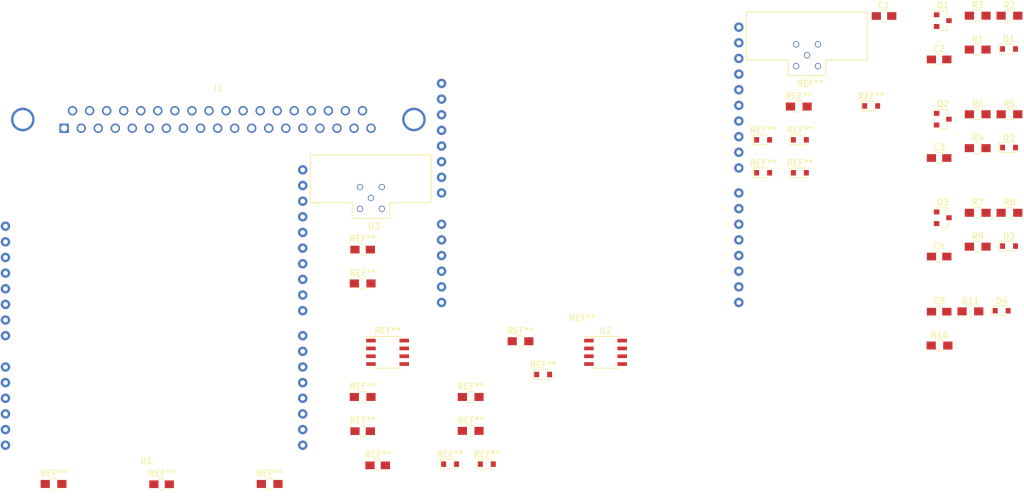
<source format=kicad_pcb>
(kicad_pcb (version 4) (host pcbnew 4.0.7-e2-6376~58~ubuntu16.04.1)

  (general
    (links 35)
    (no_connects 35)
    (area 0 0 0 0)
    (thickness 1.6)
    (drawings 0)
    (tracks 0)
    (zones 0)
    (modules 50)
    (nets 80)
  )

  (page A4)
  (layers
    (0 F.Cu signal)
    (31 B.Cu signal)
    (32 B.Adhes user)
    (33 F.Adhes user)
    (34 B.Paste user)
    (35 F.Paste user)
    (36 B.SilkS user)
    (37 F.SilkS user)
    (38 B.Mask user)
    (39 F.Mask user)
    (40 Dwgs.User user)
    (41 Cmts.User user)
    (42 Eco1.User user)
    (43 Eco2.User user)
    (44 Edge.Cuts user)
    (45 Margin user)
    (46 B.CrtYd user)
    (47 F.CrtYd user)
    (48 B.Fab user)
    (49 F.Fab user)
  )

  (setup
    (last_trace_width 0.25)
    (trace_clearance 0.2)
    (zone_clearance 0.508)
    (zone_45_only no)
    (trace_min 0.2)
    (segment_width 0.2)
    (edge_width 0.15)
    (via_size 0.6)
    (via_drill 0.4)
    (via_min_size 0.4)
    (via_min_drill 0.3)
    (uvia_size 0.3)
    (uvia_drill 0.1)
    (uvias_allowed no)
    (uvia_min_size 0.2)
    (uvia_min_drill 0.1)
    (pcb_text_width 0.3)
    (pcb_text_size 1.5 1.5)
    (mod_edge_width 0.15)
    (mod_text_size 1 1)
    (mod_text_width 0.15)
    (pad_size 1.99898 1.99898)
    (pad_drill 0.8001)
    (pad_to_mask_clearance 0.2)
    (aux_axis_origin 0 0)
    (visible_elements 7FFFFFFF)
    (pcbplotparams
      (layerselection 0x00030_80000001)
      (usegerberextensions false)
      (excludeedgelayer true)
      (linewidth 0.100000)
      (plotframeref false)
      (viasonmask false)
      (mode 1)
      (useauxorigin false)
      (hpglpennumber 1)
      (hpglpenspeed 20)
      (hpglpendiameter 15)
      (hpglpenoverlay 2)
      (psnegative false)
      (psa4output false)
      (plotreference true)
      (plotvalue true)
      (plotinvisibletext false)
      (padsonsilk false)
      (subtractmaskfromsilk false)
      (outputformat 1)
      (mirror false)
      (drillshape 1)
      (scaleselection 1)
      (outputdirectory ""))
  )

  (net 0 "")
  (net 1 GND)
  (net 2 +3V3)
  (net 3 /step_down_circuit1/Vin)
  (net 4 /step_down_circuit2/Vin)
  (net 5 /step_down_circuit3/Vin)
  (net 6 /step_down_circuit_analog1/Vout)
  (net 7 "Net-(J1-Pad1)")
  (net 8 "Net-(J1-Pad2)")
  (net 9 /step_down_circuit_analog1/Vin)
  (net 10 "Net-(J1-Pad4)")
  (net 11 "Net-(J1-Pad5)")
  (net 12 "Net-(J1-Pad6)")
  (net 13 "Net-(J1-Pad7)")
  (net 14 "Net-(J1-Pad8)")
  (net 15 "Net-(J1-Pad9)")
  (net 16 "Net-(J1-Pad11)")
  (net 17 "Net-(J1-Pad13)")
  (net 18 "Net-(J1-Pad15)")
  (net 19 "Net-(J1-Pad16)")
  (net 20 "Net-(J1-Pad17)")
  (net 21 "Net-(J1-Pad18)")
  (net 22 "Net-(J1-Pad19)")
  (net 23 "Net-(J1-Pad20)")
  (net 24 "Net-(J1-Pad21)")
  (net 25 "Net-(J1-Pad22)")
  (net 26 "Net-(J1-Pad23)")
  (net 27 "Net-(J1-Pad24)")
  (net 28 "Net-(J1-Pad25)")
  (net 29 "Net-(J1-Pad26)")
  (net 30 "Net-(J1-Pad27)")
  (net 31 "Net-(J1-Pad28)")
  (net 32 "Net-(J1-Pad29)")
  (net 33 "Net-(J1-Pad30)")
  (net 34 "Net-(J1-Pad31)")
  (net 35 "Net-(J1-Pad32)")
  (net 36 "Net-(J1-Pad33)")
  (net 37 "Net-(J1-Pad34)")
  (net 38 "Net-(J1-Pad35)")
  (net 39 "Net-(J1-Pad36)")
  (net 40 "Net-(J1-Pad37)")
  (net 41 +12V)
  (net 42 "Net-(D1-Pad~)")
  (net 43 +3.3V)
  (net 44 /step_down_circuit1/Vout)
  (net 45 "Net-(D2-Pad~)")
  (net 46 /step_down_circuit2/Vout)
  (net 47 "Net-(D3-Pad~)")
  (net 48 /step_down_circuit3/Vout)
  (net 49 "Net-(U1-Pad1)")
  (net 50 "Net-(U1-Pad2)")
  (net 51 "Net-(U1-Pad3)")
  (net 52 "Net-(U1-Pad4)")
  (net 53 "Net-(U1-Pad5)")
  (net 54 "Net-(U1-Pad8)")
  (net 55 "Net-(U1-Pad25)")
  (net 56 "Net-(U1-Pad13)")
  (net 57 "Net-(U1-Pad14)")
  (net 58 "Net-(U1-Pad15)")
  (net 59 "Net-(U1-Pad16)")
  (net 60 "Net-(U1-Pad17)")
  (net 61 "Net-(U1-Pad18)")
  (net 62 "Net-(U1-Pad19)")
  (net 63 "Net-(U1-Pad20)")
  (net 64 "Net-(U1-Pad21)")
  (net 65 "Net-(U1-Pad22)")
  (net 66 "Net-(U1-Pad23)")
  (net 67 "Net-(U1-Pad24)")
  (net 68 "Net-(U1-Pad26)")
  (net 69 "Net-(U1-Pad27)")
  (net 70 "Net-(U1-Pad28)")
  (net 71 "Net-(U1-Pad29)")
  (net 72 "Net-(U1-Pad30)")
  (net 73 "Net-(U1-Pad31)")
  (net 74 "Net-(U1-Pad32)")
  (net 75 "Net-(U2-Pad5)")
  (net 76 "Net-(U2-Pad6)")
  (net 77 "Net-(U2-Pad7)")
  (net 78 "Net-(U2-Pad8)")
  (net 79 VCC)

  (net_class Default "This is the default net class."
    (clearance 0.2)
    (trace_width 0.25)
    (via_dia 0.6)
    (via_drill 0.4)
    (uvia_dia 0.3)
    (uvia_drill 0.1)
    (add_net +12V)
    (add_net +3.3V)
    (add_net +3V3)
    (add_net /step_down_circuit1/Vin)
    (add_net /step_down_circuit1/Vout)
    (add_net /step_down_circuit2/Vin)
    (add_net /step_down_circuit2/Vout)
    (add_net /step_down_circuit3/Vin)
    (add_net /step_down_circuit3/Vout)
    (add_net /step_down_circuit_analog1/Vin)
    (add_net /step_down_circuit_analog1/Vout)
    (add_net GND)
    (add_net "Net-(D1-Pad~)")
    (add_net "Net-(D2-Pad~)")
    (add_net "Net-(D3-Pad~)")
    (add_net "Net-(J1-Pad1)")
    (add_net "Net-(J1-Pad11)")
    (add_net "Net-(J1-Pad13)")
    (add_net "Net-(J1-Pad15)")
    (add_net "Net-(J1-Pad16)")
    (add_net "Net-(J1-Pad17)")
    (add_net "Net-(J1-Pad18)")
    (add_net "Net-(J1-Pad19)")
    (add_net "Net-(J1-Pad2)")
    (add_net "Net-(J1-Pad20)")
    (add_net "Net-(J1-Pad21)")
    (add_net "Net-(J1-Pad22)")
    (add_net "Net-(J1-Pad23)")
    (add_net "Net-(J1-Pad24)")
    (add_net "Net-(J1-Pad25)")
    (add_net "Net-(J1-Pad26)")
    (add_net "Net-(J1-Pad27)")
    (add_net "Net-(J1-Pad28)")
    (add_net "Net-(J1-Pad29)")
    (add_net "Net-(J1-Pad30)")
    (add_net "Net-(J1-Pad31)")
    (add_net "Net-(J1-Pad32)")
    (add_net "Net-(J1-Pad33)")
    (add_net "Net-(J1-Pad34)")
    (add_net "Net-(J1-Pad35)")
    (add_net "Net-(J1-Pad36)")
    (add_net "Net-(J1-Pad37)")
    (add_net "Net-(J1-Pad4)")
    (add_net "Net-(J1-Pad5)")
    (add_net "Net-(J1-Pad6)")
    (add_net "Net-(J1-Pad7)")
    (add_net "Net-(J1-Pad8)")
    (add_net "Net-(J1-Pad9)")
    (add_net "Net-(U1-Pad1)")
    (add_net "Net-(U1-Pad13)")
    (add_net "Net-(U1-Pad14)")
    (add_net "Net-(U1-Pad15)")
    (add_net "Net-(U1-Pad16)")
    (add_net "Net-(U1-Pad17)")
    (add_net "Net-(U1-Pad18)")
    (add_net "Net-(U1-Pad19)")
    (add_net "Net-(U1-Pad2)")
    (add_net "Net-(U1-Pad20)")
    (add_net "Net-(U1-Pad21)")
    (add_net "Net-(U1-Pad22)")
    (add_net "Net-(U1-Pad23)")
    (add_net "Net-(U1-Pad24)")
    (add_net "Net-(U1-Pad25)")
    (add_net "Net-(U1-Pad26)")
    (add_net "Net-(U1-Pad27)")
    (add_net "Net-(U1-Pad28)")
    (add_net "Net-(U1-Pad29)")
    (add_net "Net-(U1-Pad3)")
    (add_net "Net-(U1-Pad30)")
    (add_net "Net-(U1-Pad31)")
    (add_net "Net-(U1-Pad32)")
    (add_net "Net-(U1-Pad4)")
    (add_net "Net-(U1-Pad5)")
    (add_net "Net-(U1-Pad8)")
    (add_net "Net-(U2-Pad5)")
    (add_net "Net-(U2-Pad6)")
    (add_net "Net-(U2-Pad7)")
    (add_net "Net-(U2-Pad8)")
    (add_net VCC)
  )

  (module Resistors_SMD:R_0805_HandSoldering (layer F.Cu) (tedit 58E0A804) (tstamp 59EE652C)
    (at 7.501429 78.695)
    (descr "Resistor SMD 0805, hand soldering")
    (tags "resistor 0805")
    (attr smd)
    (fp_text reference REF** (at 0 -1.7) (layer F.SilkS)
      (effects (font (size 1 1) (thickness 0.15)))
    )
    (fp_text value R_0805_HandSoldering (at 0 1.75) (layer F.Fab)
      (effects (font (size 1 1) (thickness 0.15)))
    )
    (fp_text user %R (at 0 0) (layer F.Fab)
      (effects (font (size 0.5 0.5) (thickness 0.075)))
    )
    (fp_line (start -1 0.62) (end -1 -0.62) (layer F.Fab) (width 0.1))
    (fp_line (start 1 0.62) (end -1 0.62) (layer F.Fab) (width 0.1))
    (fp_line (start 1 -0.62) (end 1 0.62) (layer F.Fab) (width 0.1))
    (fp_line (start -1 -0.62) (end 1 -0.62) (layer F.Fab) (width 0.1))
    (fp_line (start 0.6 0.88) (end -0.6 0.88) (layer F.SilkS) (width 0.12))
    (fp_line (start -0.6 -0.88) (end 0.6 -0.88) (layer F.SilkS) (width 0.12))
    (fp_line (start -2.35 -0.9) (end 2.35 -0.9) (layer F.CrtYd) (width 0.05))
    (fp_line (start -2.35 -0.9) (end -2.35 0.9) (layer F.CrtYd) (width 0.05))
    (fp_line (start 2.35 0.9) (end 2.35 -0.9) (layer F.CrtYd) (width 0.05))
    (fp_line (start 2.35 0.9) (end -2.35 0.9) (layer F.CrtYd) (width 0.05))
    (pad 1 smd rect (at -1.35 0) (size 1.5 1.3) (layers F.Cu F.Paste F.Mask))
    (pad 2 smd rect (at 1.35 0) (size 1.5 1.3) (layers F.Cu F.Paste F.Mask))
    (model ${KISYS3DMOD}/Resistors_SMD.3dshapes/R_0805.wrl
      (at (xyz 0 0 0))
      (scale (xyz 1 1 1))
      (rotate (xyz 0 0 0))
    )
  )

  (module Diodes_SMD:D_0805 (layer F.Cu) (tedit 590CE9A4) (tstamp 59EE6515)
    (at 128.665714 28.175)
    (descr "Diode SMD in 0805 package http://datasheets.avx.com/schottky.pdf")
    (tags "smd diode")
    (attr smd)
    (fp_text reference REF** (at 0 -1.6) (layer F.SilkS)
      (effects (font (size 1 1) (thickness 0.15)))
    )
    (fp_text value D_0805 (at 0 1.7) (layer F.Fab)
      (effects (font (size 1 1) (thickness 0.15)))
    )
    (fp_text user %R (at 0 -1.6) (layer F.Fab)
      (effects (font (size 1 1) (thickness 0.15)))
    )
    (fp_line (start -1.6 -0.8) (end -1.6 0.8) (layer F.SilkS) (width 0.12))
    (fp_line (start -1.7 0.88) (end -1.7 -0.88) (layer F.CrtYd) (width 0.05))
    (fp_line (start 1.7 0.88) (end -1.7 0.88) (layer F.CrtYd) (width 0.05))
    (fp_line (start 1.7 -0.88) (end 1.7 0.88) (layer F.CrtYd) (width 0.05))
    (fp_line (start -1.7 -0.88) (end 1.7 -0.88) (layer F.CrtYd) (width 0.05))
    (fp_line (start 0.2 0) (end 0.4 0) (layer F.Fab) (width 0.1))
    (fp_line (start -0.1 0) (end -0.3 0) (layer F.Fab) (width 0.1))
    (fp_line (start -0.1 -0.2) (end -0.1 0.2) (layer F.Fab) (width 0.1))
    (fp_line (start 0.2 0.2) (end 0.2 -0.2) (layer F.Fab) (width 0.1))
    (fp_line (start -0.1 0) (end 0.2 0.2) (layer F.Fab) (width 0.1))
    (fp_line (start 0.2 -0.2) (end -0.1 0) (layer F.Fab) (width 0.1))
    (fp_line (start -1 0.65) (end -1 -0.65) (layer F.Fab) (width 0.1))
    (fp_line (start 1 0.65) (end -1 0.65) (layer F.Fab) (width 0.1))
    (fp_line (start 1 -0.65) (end 1 0.65) (layer F.Fab) (width 0.1))
    (fp_line (start -1 -0.65) (end 1 -0.65) (layer F.Fab) (width 0.1))
    (fp_line (start -1.6 0.8) (end 1 0.8) (layer F.SilkS) (width 0.12))
    (fp_line (start -1.6 -0.8) (end 1 -0.8) (layer F.SilkS) (width 0.12))
    (pad 1 smd rect (at -1.05 0) (size 0.8 0.9) (layers F.Cu F.Paste F.Mask))
    (pad 2 smd rect (at 1.05 0) (size 0.8 0.9) (layers F.Cu F.Paste F.Mask))
    (model ${KISYS3DMOD}/Diodes_SMD.3dshapes/D_0805.wrl
      (at (xyz 0 0 0))
      (scale (xyz 1 1 1))
      (rotate (xyz 0 0 0))
    )
  )

  (module Capacitors_SMD:C_0805_HandSoldering (layer F.Cu) (tedit 58AA84A8) (tstamp 59EE6505)
    (at 57.681429 40.645)
    (descr "Capacitor SMD 0805, hand soldering")
    (tags "capacitor 0805")
    (attr smd)
    (fp_text reference REF** (at 0 -1.75) (layer F.SilkS)
      (effects (font (size 1 1) (thickness 0.15)))
    )
    (fp_text value C_0805_HandSoldering (at 0 1.75) (layer F.Fab)
      (effects (font (size 1 1) (thickness 0.15)))
    )
    (fp_text user %R (at 0 -1.75) (layer F.Fab)
      (effects (font (size 1 1) (thickness 0.15)))
    )
    (fp_line (start -1 0.62) (end -1 -0.62) (layer F.Fab) (width 0.1))
    (fp_line (start 1 0.62) (end -1 0.62) (layer F.Fab) (width 0.1))
    (fp_line (start 1 -0.62) (end 1 0.62) (layer F.Fab) (width 0.1))
    (fp_line (start -1 -0.62) (end 1 -0.62) (layer F.Fab) (width 0.1))
    (fp_line (start 0.5 -0.85) (end -0.5 -0.85) (layer F.SilkS) (width 0.12))
    (fp_line (start -0.5 0.85) (end 0.5 0.85) (layer F.SilkS) (width 0.12))
    (fp_line (start -2.25 -0.88) (end 2.25 -0.88) (layer F.CrtYd) (width 0.05))
    (fp_line (start -2.25 -0.88) (end -2.25 0.87) (layer F.CrtYd) (width 0.05))
    (fp_line (start 2.25 0.87) (end 2.25 -0.88) (layer F.CrtYd) (width 0.05))
    (fp_line (start 2.25 0.87) (end -2.25 0.87) (layer F.CrtYd) (width 0.05))
    (pad 1 smd rect (at -1.25 0) (size 1.5 1.25) (layers F.Cu F.Paste F.Mask))
    (pad 2 smd rect (at 1.25 0) (size 1.5 1.25) (layers F.Cu F.Paste F.Mask))
    (model Capacitors_SMD.3dshapes/C_0805.wrl
      (at (xyz 0 0 0))
      (scale (xyz 1 1 1))
      (rotate (xyz 0 0 0))
    )
  )

  (module Diodes_SMD:D_0805 (layer F.Cu) (tedit 590CE9A4) (tstamp 59EE64EE)
    (at 77.845714 75.475)
    (descr "Diode SMD in 0805 package http://datasheets.avx.com/schottky.pdf")
    (tags "smd diode")
    (attr smd)
    (fp_text reference REF** (at 0 -1.6) (layer F.SilkS)
      (effects (font (size 1 1) (thickness 0.15)))
    )
    (fp_text value D_0805 (at 0 1.7) (layer F.Fab)
      (effects (font (size 1 1) (thickness 0.15)))
    )
    (fp_text user %R (at 0 -1.6) (layer F.Fab)
      (effects (font (size 1 1) (thickness 0.15)))
    )
    (fp_line (start -1.6 -0.8) (end -1.6 0.8) (layer F.SilkS) (width 0.12))
    (fp_line (start -1.7 0.88) (end -1.7 -0.88) (layer F.CrtYd) (width 0.05))
    (fp_line (start 1.7 0.88) (end -1.7 0.88) (layer F.CrtYd) (width 0.05))
    (fp_line (start 1.7 -0.88) (end 1.7 0.88) (layer F.CrtYd) (width 0.05))
    (fp_line (start -1.7 -0.88) (end 1.7 -0.88) (layer F.CrtYd) (width 0.05))
    (fp_line (start 0.2 0) (end 0.4 0) (layer F.Fab) (width 0.1))
    (fp_line (start -0.1 0) (end -0.3 0) (layer F.Fab) (width 0.1))
    (fp_line (start -0.1 -0.2) (end -0.1 0.2) (layer F.Fab) (width 0.1))
    (fp_line (start 0.2 0.2) (end 0.2 -0.2) (layer F.Fab) (width 0.1))
    (fp_line (start -0.1 0) (end 0.2 0.2) (layer F.Fab) (width 0.1))
    (fp_line (start 0.2 -0.2) (end -0.1 0) (layer F.Fab) (width 0.1))
    (fp_line (start -1 0.65) (end -1 -0.65) (layer F.Fab) (width 0.1))
    (fp_line (start 1 0.65) (end -1 0.65) (layer F.Fab) (width 0.1))
    (fp_line (start 1 -0.65) (end 1 0.65) (layer F.Fab) (width 0.1))
    (fp_line (start -1 -0.65) (end 1 -0.65) (layer F.Fab) (width 0.1))
    (fp_line (start -1.6 0.8) (end 1 0.8) (layer F.SilkS) (width 0.12))
    (fp_line (start -1.6 -0.8) (end 1 -0.8) (layer F.SilkS) (width 0.12))
    (pad 1 smd rect (at -1.05 0) (size 0.8 0.9) (layers F.Cu F.Paste F.Mask))
    (pad 2 smd rect (at 1.05 0) (size 0.8 0.9) (layers F.Cu F.Paste F.Mask))
    (model ${KISYS3DMOD}/Diodes_SMD.3dshapes/D_0805.wrl
      (at (xyz 0 0 0))
      (scale (xyz 1 1 1))
      (rotate (xyz 0 0 0))
    )
  )

  (module Resistors_SMD:R_0805_HandSoldering (layer F.Cu) (tedit 58E0A804) (tstamp 59EE64DE)
    (at 57.681429 64.575)
    (descr "Resistor SMD 0805, hand soldering")
    (tags "resistor 0805")
    (attr smd)
    (fp_text reference REF** (at 0 -1.7) (layer F.SilkS)
      (effects (font (size 1 1) (thickness 0.15)))
    )
    (fp_text value R_0805_HandSoldering (at 0 1.75) (layer F.Fab)
      (effects (font (size 1 1) (thickness 0.15)))
    )
    (fp_text user %R (at 0 0) (layer F.Fab)
      (effects (font (size 0.5 0.5) (thickness 0.075)))
    )
    (fp_line (start -1 0.62) (end -1 -0.62) (layer F.Fab) (width 0.1))
    (fp_line (start 1 0.62) (end -1 0.62) (layer F.Fab) (width 0.1))
    (fp_line (start 1 -0.62) (end 1 0.62) (layer F.Fab) (width 0.1))
    (fp_line (start -1 -0.62) (end 1 -0.62) (layer F.Fab) (width 0.1))
    (fp_line (start 0.6 0.88) (end -0.6 0.88) (layer F.SilkS) (width 0.12))
    (fp_line (start -0.6 -0.88) (end 0.6 -0.88) (layer F.SilkS) (width 0.12))
    (fp_line (start -2.35 -0.9) (end 2.35 -0.9) (layer F.CrtYd) (width 0.05))
    (fp_line (start -2.35 -0.9) (end -2.35 0.9) (layer F.CrtYd) (width 0.05))
    (fp_line (start 2.35 0.9) (end 2.35 -0.9) (layer F.CrtYd) (width 0.05))
    (fp_line (start 2.35 0.9) (end -2.35 0.9) (layer F.CrtYd) (width 0.05))
    (pad 1 smd rect (at -1.35 0) (size 1.5 1.3) (layers F.Cu F.Paste F.Mask))
    (pad 2 smd rect (at 1.35 0) (size 1.5 1.3) (layers F.Cu F.Paste F.Mask))
    (model ${KISYS3DMOD}/Resistors_SMD.3dshapes/R_0805.wrl
      (at (xyz 0 0 0))
      (scale (xyz 1 1 1))
      (rotate (xyz 0 0 0))
    )
  )

  (module Resistors_SMD:R_0805_HandSoldering (layer F.Cu) (tedit 58E0A804) (tstamp 59EE64CE)
    (at 57.681429 46.145)
    (descr "Resistor SMD 0805, hand soldering")
    (tags "resistor 0805")
    (attr smd)
    (fp_text reference REF** (at 0 -1.7) (layer F.SilkS)
      (effects (font (size 1 1) (thickness 0.15)))
    )
    (fp_text value R_0805_HandSoldering (at 0 1.75) (layer F.Fab)
      (effects (font (size 1 1) (thickness 0.15)))
    )
    (fp_text user %R (at 0 0) (layer F.Fab)
      (effects (font (size 0.5 0.5) (thickness 0.075)))
    )
    (fp_line (start -1 0.62) (end -1 -0.62) (layer F.Fab) (width 0.1))
    (fp_line (start 1 0.62) (end -1 0.62) (layer F.Fab) (width 0.1))
    (fp_line (start 1 -0.62) (end 1 0.62) (layer F.Fab) (width 0.1))
    (fp_line (start -1 -0.62) (end 1 -0.62) (layer F.Fab) (width 0.1))
    (fp_line (start 0.6 0.88) (end -0.6 0.88) (layer F.SilkS) (width 0.12))
    (fp_line (start -0.6 -0.88) (end 0.6 -0.88) (layer F.SilkS) (width 0.12))
    (fp_line (start -2.35 -0.9) (end 2.35 -0.9) (layer F.CrtYd) (width 0.05))
    (fp_line (start -2.35 -0.9) (end -2.35 0.9) (layer F.CrtYd) (width 0.05))
    (fp_line (start 2.35 0.9) (end 2.35 -0.9) (layer F.CrtYd) (width 0.05))
    (fp_line (start 2.35 0.9) (end -2.35 0.9) (layer F.CrtYd) (width 0.05))
    (pad 1 smd rect (at -1.35 0) (size 1.5 1.3) (layers F.Cu F.Paste F.Mask))
    (pad 2 smd rect (at 1.35 0) (size 1.5 1.3) (layers F.Cu F.Paste F.Mask))
    (model ${KISYS3DMOD}/Resistors_SMD.3dshapes/R_0805.wrl
      (at (xyz 0 0 0))
      (scale (xyz 1 1 1))
      (rotate (xyz 0 0 0))
    )
  )

  (module Diodes_SMD:D_0805 (layer F.Cu) (tedit 590CE9A4) (tstamp 59EE64B7)
    (at 128.665714 22.825)
    (descr "Diode SMD in 0805 package http://datasheets.avx.com/schottky.pdf")
    (tags "smd diode")
    (attr smd)
    (fp_text reference REF** (at 0 -1.6) (layer F.SilkS)
      (effects (font (size 1 1) (thickness 0.15)))
    )
    (fp_text value D_0805 (at 0 1.7) (layer F.Fab)
      (effects (font (size 1 1) (thickness 0.15)))
    )
    (fp_text user %R (at 0 -1.6) (layer F.Fab)
      (effects (font (size 1 1) (thickness 0.15)))
    )
    (fp_line (start -1.6 -0.8) (end -1.6 0.8) (layer F.SilkS) (width 0.12))
    (fp_line (start -1.7 0.88) (end -1.7 -0.88) (layer F.CrtYd) (width 0.05))
    (fp_line (start 1.7 0.88) (end -1.7 0.88) (layer F.CrtYd) (width 0.05))
    (fp_line (start 1.7 -0.88) (end 1.7 0.88) (layer F.CrtYd) (width 0.05))
    (fp_line (start -1.7 -0.88) (end 1.7 -0.88) (layer F.CrtYd) (width 0.05))
    (fp_line (start 0.2 0) (end 0.4 0) (layer F.Fab) (width 0.1))
    (fp_line (start -0.1 0) (end -0.3 0) (layer F.Fab) (width 0.1))
    (fp_line (start -0.1 -0.2) (end -0.1 0.2) (layer F.Fab) (width 0.1))
    (fp_line (start 0.2 0.2) (end 0.2 -0.2) (layer F.Fab) (width 0.1))
    (fp_line (start -0.1 0) (end 0.2 0.2) (layer F.Fab) (width 0.1))
    (fp_line (start 0.2 -0.2) (end -0.1 0) (layer F.Fab) (width 0.1))
    (fp_line (start -1 0.65) (end -1 -0.65) (layer F.Fab) (width 0.1))
    (fp_line (start 1 0.65) (end -1 0.65) (layer F.Fab) (width 0.1))
    (fp_line (start 1 -0.65) (end 1 0.65) (layer F.Fab) (width 0.1))
    (fp_line (start -1 -0.65) (end 1 -0.65) (layer F.Fab) (width 0.1))
    (fp_line (start -1.6 0.8) (end 1 0.8) (layer F.SilkS) (width 0.12))
    (fp_line (start -1.6 -0.8) (end 1 -0.8) (layer F.SilkS) (width 0.12))
    (pad 1 smd rect (at -1.05 0) (size 0.8 0.9) (layers F.Cu F.Paste F.Mask))
    (pad 2 smd rect (at 1.05 0) (size 0.8 0.9) (layers F.Cu F.Paste F.Mask))
    (model ${KISYS3DMOD}/Diodes_SMD.3dshapes/D_0805.wrl
      (at (xyz 0 0 0))
      (scale (xyz 1 1 1))
      (rotate (xyz 0 0 0))
    )
  )

  (module Capacitors_SMD:C_0805_HandSoldering (layer F.Cu) (tedit 58AA84A8) (tstamp 59EE64A7)
    (at 25.041429 78.745)
    (descr "Capacitor SMD 0805, hand soldering")
    (tags "capacitor 0805")
    (attr smd)
    (fp_text reference REF** (at 0 -1.75) (layer F.SilkS)
      (effects (font (size 1 1) (thickness 0.15)))
    )
    (fp_text value C_0805_HandSoldering (at 0 1.75) (layer F.Fab)
      (effects (font (size 1 1) (thickness 0.15)))
    )
    (fp_text user %R (at 0 -1.75) (layer F.Fab)
      (effects (font (size 1 1) (thickness 0.15)))
    )
    (fp_line (start -1 0.62) (end -1 -0.62) (layer F.Fab) (width 0.1))
    (fp_line (start 1 0.62) (end -1 0.62) (layer F.Fab) (width 0.1))
    (fp_line (start 1 -0.62) (end 1 0.62) (layer F.Fab) (width 0.1))
    (fp_line (start -1 -0.62) (end 1 -0.62) (layer F.Fab) (width 0.1))
    (fp_line (start 0.5 -0.85) (end -0.5 -0.85) (layer F.SilkS) (width 0.12))
    (fp_line (start -0.5 0.85) (end 0.5 0.85) (layer F.SilkS) (width 0.12))
    (fp_line (start -2.25 -0.88) (end 2.25 -0.88) (layer F.CrtYd) (width 0.05))
    (fp_line (start -2.25 -0.88) (end -2.25 0.87) (layer F.CrtYd) (width 0.05))
    (fp_line (start 2.25 0.87) (end 2.25 -0.88) (layer F.CrtYd) (width 0.05))
    (fp_line (start 2.25 0.87) (end -2.25 0.87) (layer F.CrtYd) (width 0.05))
    (pad 1 smd rect (at -1.25 0) (size 1.5 1.25) (layers F.Cu F.Paste F.Mask))
    (pad 2 smd rect (at 1.25 0) (size 1.5 1.25) (layers F.Cu F.Paste F.Mask))
    (model Capacitors_SMD.3dshapes/C_0805.wrl
      (at (xyz 0 0 0))
      (scale (xyz 1 1 1))
      (rotate (xyz 0 0 0))
    )
  )

  (module Diodes_SMD:D_0805 (layer F.Cu) (tedit 590CE9A4) (tstamp 59EE6490)
    (at 140.235714 17.325)
    (descr "Diode SMD in 0805 package http://datasheets.avx.com/schottky.pdf")
    (tags "smd diode")
    (attr smd)
    (fp_text reference REF** (at 0 -1.6) (layer F.SilkS)
      (effects (font (size 1 1) (thickness 0.15)))
    )
    (fp_text value D_0805 (at 0 1.7) (layer F.Fab)
      (effects (font (size 1 1) (thickness 0.15)))
    )
    (fp_text user %R (at 0 -1.6) (layer F.Fab)
      (effects (font (size 1 1) (thickness 0.15)))
    )
    (fp_line (start -1.6 -0.8) (end -1.6 0.8) (layer F.SilkS) (width 0.12))
    (fp_line (start -1.7 0.88) (end -1.7 -0.88) (layer F.CrtYd) (width 0.05))
    (fp_line (start 1.7 0.88) (end -1.7 0.88) (layer F.CrtYd) (width 0.05))
    (fp_line (start 1.7 -0.88) (end 1.7 0.88) (layer F.CrtYd) (width 0.05))
    (fp_line (start -1.7 -0.88) (end 1.7 -0.88) (layer F.CrtYd) (width 0.05))
    (fp_line (start 0.2 0) (end 0.4 0) (layer F.Fab) (width 0.1))
    (fp_line (start -0.1 0) (end -0.3 0) (layer F.Fab) (width 0.1))
    (fp_line (start -0.1 -0.2) (end -0.1 0.2) (layer F.Fab) (width 0.1))
    (fp_line (start 0.2 0.2) (end 0.2 -0.2) (layer F.Fab) (width 0.1))
    (fp_line (start -0.1 0) (end 0.2 0.2) (layer F.Fab) (width 0.1))
    (fp_line (start 0.2 -0.2) (end -0.1 0) (layer F.Fab) (width 0.1))
    (fp_line (start -1 0.65) (end -1 -0.65) (layer F.Fab) (width 0.1))
    (fp_line (start 1 0.65) (end -1 0.65) (layer F.Fab) (width 0.1))
    (fp_line (start 1 -0.65) (end 1 0.65) (layer F.Fab) (width 0.1))
    (fp_line (start -1 -0.65) (end 1 -0.65) (layer F.Fab) (width 0.1))
    (fp_line (start -1.6 0.8) (end 1 0.8) (layer F.SilkS) (width 0.12))
    (fp_line (start -1.6 -0.8) (end 1 -0.8) (layer F.SilkS) (width 0.12))
    (pad 1 smd rect (at -1.05 0) (size 0.8 0.9) (layers F.Cu F.Paste F.Mask))
    (pad 2 smd rect (at 1.05 0) (size 0.8 0.9) (layers F.Cu F.Paste F.Mask))
    (model ${KISYS3DMOD}/Diodes_SMD.3dshapes/D_0805.wrl
      (at (xyz 0 0 0))
      (scale (xyz 1 1 1))
      (rotate (xyz 0 0 0))
    )
  )

  (module Resistors_SMD:R_0805_HandSoldering (layer F.Cu) (tedit 58E0A804) (tstamp 59EE6480)
    (at 83.311429 55.525)
    (descr "Resistor SMD 0805, hand soldering")
    (tags "resistor 0805")
    (attr smd)
    (fp_text reference REF** (at 0 -1.7) (layer F.SilkS)
      (effects (font (size 1 1) (thickness 0.15)))
    )
    (fp_text value R_0805_HandSoldering (at 0 1.75) (layer F.Fab)
      (effects (font (size 1 1) (thickness 0.15)))
    )
    (fp_text user %R (at 0 0) (layer F.Fab)
      (effects (font (size 0.5 0.5) (thickness 0.075)))
    )
    (fp_line (start -1 0.62) (end -1 -0.62) (layer F.Fab) (width 0.1))
    (fp_line (start 1 0.62) (end -1 0.62) (layer F.Fab) (width 0.1))
    (fp_line (start 1 -0.62) (end 1 0.62) (layer F.Fab) (width 0.1))
    (fp_line (start -1 -0.62) (end 1 -0.62) (layer F.Fab) (width 0.1))
    (fp_line (start 0.6 0.88) (end -0.6 0.88) (layer F.SilkS) (width 0.12))
    (fp_line (start -0.6 -0.88) (end 0.6 -0.88) (layer F.SilkS) (width 0.12))
    (fp_line (start -2.35 -0.9) (end 2.35 -0.9) (layer F.CrtYd) (width 0.05))
    (fp_line (start -2.35 -0.9) (end -2.35 0.9) (layer F.CrtYd) (width 0.05))
    (fp_line (start 2.35 0.9) (end 2.35 -0.9) (layer F.CrtYd) (width 0.05))
    (fp_line (start 2.35 0.9) (end -2.35 0.9) (layer F.CrtYd) (width 0.05))
    (pad 1 smd rect (at -1.35 0) (size 1.5 1.3) (layers F.Cu F.Paste F.Mask))
    (pad 2 smd rect (at 1.35 0) (size 1.5 1.3) (layers F.Cu F.Paste F.Mask))
    (model ${KISYS3DMOD}/Resistors_SMD.3dshapes/R_0805.wrl
      (at (xyz 0 0 0))
      (scale (xyz 1 1 1))
      (rotate (xyz 0 0 0))
    )
  )

  (module Resistors_SMD:R_0805_HandSoldering (layer F.Cu) (tedit 58E0A804) (tstamp 59EE646E)
    (at 42.581429 78.695)
    (descr "Resistor SMD 0805, hand soldering")
    (tags "resistor 0805")
    (attr smd)
    (fp_text reference REF** (at 0 -1.7) (layer F.SilkS)
      (effects (font (size 1 1) (thickness 0.15)))
    )
    (fp_text value R_0805_HandSoldering (at 0 1.75) (layer F.Fab)
      (effects (font (size 1 1) (thickness 0.15)))
    )
    (fp_text user %R (at 0 0) (layer F.Fab)
      (effects (font (size 0.5 0.5) (thickness 0.075)))
    )
    (fp_line (start -1 0.62) (end -1 -0.62) (layer F.Fab) (width 0.1))
    (fp_line (start 1 0.62) (end -1 0.62) (layer F.Fab) (width 0.1))
    (fp_line (start 1 -0.62) (end 1 0.62) (layer F.Fab) (width 0.1))
    (fp_line (start -1 -0.62) (end 1 -0.62) (layer F.Fab) (width 0.1))
    (fp_line (start 0.6 0.88) (end -0.6 0.88) (layer F.SilkS) (width 0.12))
    (fp_line (start -0.6 -0.88) (end 0.6 -0.88) (layer F.SilkS) (width 0.12))
    (fp_line (start -2.35 -0.9) (end 2.35 -0.9) (layer F.CrtYd) (width 0.05))
    (fp_line (start -2.35 -0.9) (end -2.35 0.9) (layer F.CrtYd) (width 0.05))
    (fp_line (start 2.35 0.9) (end 2.35 -0.9) (layer F.CrtYd) (width 0.05))
    (fp_line (start 2.35 0.9) (end -2.35 0.9) (layer F.CrtYd) (width 0.05))
    (pad 1 smd rect (at -1.35 0) (size 1.5 1.3) (layers F.Cu F.Paste F.Mask))
    (pad 2 smd rect (at 1.35 0) (size 1.5 1.3) (layers F.Cu F.Paste F.Mask))
    (model ${KISYS3DMOD}/Resistors_SMD.3dshapes/R_0805.wrl
      (at (xyz 0 0 0))
      (scale (xyz 1 1 1))
      (rotate (xyz 0 0 0))
    )
  )

  (module Diodes_SMD:D_0805 (layer F.Cu) (tedit 590CE9A4) (tstamp 59EE6457)
    (at 71.875714 75.475)
    (descr "Diode SMD in 0805 package http://datasheets.avx.com/schottky.pdf")
    (tags "smd diode")
    (attr smd)
    (fp_text reference REF** (at 0 -1.6) (layer F.SilkS)
      (effects (font (size 1 1) (thickness 0.15)))
    )
    (fp_text value D_0805 (at 0 1.7) (layer F.Fab)
      (effects (font (size 1 1) (thickness 0.15)))
    )
    (fp_text user %R (at 0 -1.6) (layer F.Fab)
      (effects (font (size 1 1) (thickness 0.15)))
    )
    (fp_line (start -1.6 -0.8) (end -1.6 0.8) (layer F.SilkS) (width 0.12))
    (fp_line (start -1.7 0.88) (end -1.7 -0.88) (layer F.CrtYd) (width 0.05))
    (fp_line (start 1.7 0.88) (end -1.7 0.88) (layer F.CrtYd) (width 0.05))
    (fp_line (start 1.7 -0.88) (end 1.7 0.88) (layer F.CrtYd) (width 0.05))
    (fp_line (start -1.7 -0.88) (end 1.7 -0.88) (layer F.CrtYd) (width 0.05))
    (fp_line (start 0.2 0) (end 0.4 0) (layer F.Fab) (width 0.1))
    (fp_line (start -0.1 0) (end -0.3 0) (layer F.Fab) (width 0.1))
    (fp_line (start -0.1 -0.2) (end -0.1 0.2) (layer F.Fab) (width 0.1))
    (fp_line (start 0.2 0.2) (end 0.2 -0.2) (layer F.Fab) (width 0.1))
    (fp_line (start -0.1 0) (end 0.2 0.2) (layer F.Fab) (width 0.1))
    (fp_line (start 0.2 -0.2) (end -0.1 0) (layer F.Fab) (width 0.1))
    (fp_line (start -1 0.65) (end -1 -0.65) (layer F.Fab) (width 0.1))
    (fp_line (start 1 0.65) (end -1 0.65) (layer F.Fab) (width 0.1))
    (fp_line (start 1 -0.65) (end 1 0.65) (layer F.Fab) (width 0.1))
    (fp_line (start -1 -0.65) (end 1 -0.65) (layer F.Fab) (width 0.1))
    (fp_line (start -1.6 0.8) (end 1 0.8) (layer F.SilkS) (width 0.12))
    (fp_line (start -1.6 -0.8) (end 1 -0.8) (layer F.SilkS) (width 0.12))
    (pad 1 smd rect (at -1.05 0) (size 0.8 0.9) (layers F.Cu F.Paste F.Mask))
    (pad 2 smd rect (at 1.05 0) (size 0.8 0.9) (layers F.Cu F.Paste F.Mask))
    (model ${KISYS3DMOD}/Diodes_SMD.3dshapes/D_0805.wrl
      (at (xyz 0 0 0))
      (scale (xyz 1 1 1))
      (rotate (xyz 0 0 0))
    )
  )

  (module Capacitors_SMD:C_0805_HandSoldering (layer F.Cu) (tedit 58AA84A8) (tstamp 59EE6447)
    (at 57.681429 70.125)
    (descr "Capacitor SMD 0805, hand soldering")
    (tags "capacitor 0805")
    (attr smd)
    (fp_text reference REF** (at 0 -1.75) (layer F.SilkS)
      (effects (font (size 1 1) (thickness 0.15)))
    )
    (fp_text value C_0805_HandSoldering (at 0 1.75) (layer F.Fab)
      (effects (font (size 1 1) (thickness 0.15)))
    )
    (fp_text user %R (at 0 -1.75) (layer F.Fab)
      (effects (font (size 1 1) (thickness 0.15)))
    )
    (fp_line (start -1 0.62) (end -1 -0.62) (layer F.Fab) (width 0.1))
    (fp_line (start 1 0.62) (end -1 0.62) (layer F.Fab) (width 0.1))
    (fp_line (start 1 -0.62) (end 1 0.62) (layer F.Fab) (width 0.1))
    (fp_line (start -1 -0.62) (end 1 -0.62) (layer F.Fab) (width 0.1))
    (fp_line (start 0.5 -0.85) (end -0.5 -0.85) (layer F.SilkS) (width 0.12))
    (fp_line (start -0.5 0.85) (end 0.5 0.85) (layer F.SilkS) (width 0.12))
    (fp_line (start -2.25 -0.88) (end 2.25 -0.88) (layer F.CrtYd) (width 0.05))
    (fp_line (start -2.25 -0.88) (end -2.25 0.87) (layer F.CrtYd) (width 0.05))
    (fp_line (start 2.25 0.87) (end 2.25 -0.88) (layer F.CrtYd) (width 0.05))
    (fp_line (start 2.25 0.87) (end -2.25 0.87) (layer F.CrtYd) (width 0.05))
    (pad 1 smd rect (at -1.25 0) (size 1.5 1.25) (layers F.Cu F.Paste F.Mask))
    (pad 2 smd rect (at 1.25 0) (size 1.5 1.25) (layers F.Cu F.Paste F.Mask))
    (model Capacitors_SMD.3dshapes/C_0805.wrl
      (at (xyz 0 0 0))
      (scale (xyz 1 1 1))
      (rotate (xyz 0 0 0))
    )
  )

  (module Diodes_SMD:D_0805 (layer F.Cu) (tedit 590CE9A4) (tstamp 59EE6430)
    (at 122.695714 22.825)
    (descr "Diode SMD in 0805 package http://datasheets.avx.com/schottky.pdf")
    (tags "smd diode")
    (attr smd)
    (fp_text reference REF** (at 0 -1.6) (layer F.SilkS)
      (effects (font (size 1 1) (thickness 0.15)))
    )
    (fp_text value D_0805 (at 0 1.7) (layer F.Fab)
      (effects (font (size 1 1) (thickness 0.15)))
    )
    (fp_text user %R (at 0 -1.6) (layer F.Fab)
      (effects (font (size 1 1) (thickness 0.15)))
    )
    (fp_line (start -1.6 -0.8) (end -1.6 0.8) (layer F.SilkS) (width 0.12))
    (fp_line (start -1.7 0.88) (end -1.7 -0.88) (layer F.CrtYd) (width 0.05))
    (fp_line (start 1.7 0.88) (end -1.7 0.88) (layer F.CrtYd) (width 0.05))
    (fp_line (start 1.7 -0.88) (end 1.7 0.88) (layer F.CrtYd) (width 0.05))
    (fp_line (start -1.7 -0.88) (end 1.7 -0.88) (layer F.CrtYd) (width 0.05))
    (fp_line (start 0.2 0) (end 0.4 0) (layer F.Fab) (width 0.1))
    (fp_line (start -0.1 0) (end -0.3 0) (layer F.Fab) (width 0.1))
    (fp_line (start -0.1 -0.2) (end -0.1 0.2) (layer F.Fab) (width 0.1))
    (fp_line (start 0.2 0.2) (end 0.2 -0.2) (layer F.Fab) (width 0.1))
    (fp_line (start -0.1 0) (end 0.2 0.2) (layer F.Fab) (width 0.1))
    (fp_line (start 0.2 -0.2) (end -0.1 0) (layer F.Fab) (width 0.1))
    (fp_line (start -1 0.65) (end -1 -0.65) (layer F.Fab) (width 0.1))
    (fp_line (start 1 0.65) (end -1 0.65) (layer F.Fab) (width 0.1))
    (fp_line (start 1 -0.65) (end 1 0.65) (layer F.Fab) (width 0.1))
    (fp_line (start -1 -0.65) (end 1 -0.65) (layer F.Fab) (width 0.1))
    (fp_line (start -1.6 0.8) (end 1 0.8) (layer F.SilkS) (width 0.12))
    (fp_line (start -1.6 -0.8) (end 1 -0.8) (layer F.SilkS) (width 0.12))
    (pad 1 smd rect (at -1.05 0) (size 0.8 0.9) (layers F.Cu F.Paste F.Mask))
    (pad 2 smd rect (at 1.05 0) (size 0.8 0.9) (layers F.Cu F.Paste F.Mask))
    (model ${KISYS3DMOD}/Diodes_SMD.3dshapes/D_0805.wrl
      (at (xyz 0 0 0))
      (scale (xyz 1 1 1))
      (rotate (xyz 0 0 0))
    )
  )

  (module Resistors_SMD:R_0805_HandSoldering (layer F.Cu) (tedit 58E0A804) (tstamp 59EE6420)
    (at 128.481429 17.425)
    (descr "Resistor SMD 0805, hand soldering")
    (tags "resistor 0805")
    (attr smd)
    (fp_text reference REF** (at 0 -1.7) (layer F.SilkS)
      (effects (font (size 1 1) (thickness 0.15)))
    )
    (fp_text value R_0805_HandSoldering (at 0 1.75) (layer F.Fab)
      (effects (font (size 1 1) (thickness 0.15)))
    )
    (fp_text user %R (at 0 0) (layer F.Fab)
      (effects (font (size 0.5 0.5) (thickness 0.075)))
    )
    (fp_line (start -1 0.62) (end -1 -0.62) (layer F.Fab) (width 0.1))
    (fp_line (start 1 0.62) (end -1 0.62) (layer F.Fab) (width 0.1))
    (fp_line (start 1 -0.62) (end 1 0.62) (layer F.Fab) (width 0.1))
    (fp_line (start -1 -0.62) (end 1 -0.62) (layer F.Fab) (width 0.1))
    (fp_line (start 0.6 0.88) (end -0.6 0.88) (layer F.SilkS) (width 0.12))
    (fp_line (start -0.6 -0.88) (end 0.6 -0.88) (layer F.SilkS) (width 0.12))
    (fp_line (start -2.35 -0.9) (end 2.35 -0.9) (layer F.CrtYd) (width 0.05))
    (fp_line (start -2.35 -0.9) (end -2.35 0.9) (layer F.CrtYd) (width 0.05))
    (fp_line (start 2.35 0.9) (end 2.35 -0.9) (layer F.CrtYd) (width 0.05))
    (fp_line (start 2.35 0.9) (end -2.35 0.9) (layer F.CrtYd) (width 0.05))
    (pad 1 smd rect (at -1.35 0) (size 1.5 1.3) (layers F.Cu F.Paste F.Mask))
    (pad 2 smd rect (at 1.35 0) (size 1.5 1.3) (layers F.Cu F.Paste F.Mask))
    (model ${KISYS3DMOD}/Resistors_SMD.3dshapes/R_0805.wrl
      (at (xyz 0 0 0))
      (scale (xyz 1 1 1))
      (rotate (xyz 0 0 0))
    )
  )

  (module Resistors_SMD:R_0805_HandSoldering (layer F.Cu) (tedit 58E0A804) (tstamp 59EE6410)
    (at 75.221429 64.575)
    (descr "Resistor SMD 0805, hand soldering")
    (tags "resistor 0805")
    (attr smd)
    (fp_text reference REF** (at 0 -1.7) (layer F.SilkS)
      (effects (font (size 1 1) (thickness 0.15)))
    )
    (fp_text value R_0805_HandSoldering (at 0 1.75) (layer F.Fab)
      (effects (font (size 1 1) (thickness 0.15)))
    )
    (fp_text user %R (at 0 0) (layer F.Fab)
      (effects (font (size 0.5 0.5) (thickness 0.075)))
    )
    (fp_line (start -1 0.62) (end -1 -0.62) (layer F.Fab) (width 0.1))
    (fp_line (start 1 0.62) (end -1 0.62) (layer F.Fab) (width 0.1))
    (fp_line (start 1 -0.62) (end 1 0.62) (layer F.Fab) (width 0.1))
    (fp_line (start -1 -0.62) (end 1 -0.62) (layer F.Fab) (width 0.1))
    (fp_line (start 0.6 0.88) (end -0.6 0.88) (layer F.SilkS) (width 0.12))
    (fp_line (start -0.6 -0.88) (end 0.6 -0.88) (layer F.SilkS) (width 0.12))
    (fp_line (start -2.35 -0.9) (end 2.35 -0.9) (layer F.CrtYd) (width 0.05))
    (fp_line (start -2.35 -0.9) (end -2.35 0.9) (layer F.CrtYd) (width 0.05))
    (fp_line (start 2.35 0.9) (end 2.35 -0.9) (layer F.CrtYd) (width 0.05))
    (fp_line (start 2.35 0.9) (end -2.35 0.9) (layer F.CrtYd) (width 0.05))
    (pad 1 smd rect (at -1.35 0) (size 1.5 1.3) (layers F.Cu F.Paste F.Mask))
    (pad 2 smd rect (at 1.35 0) (size 1.5 1.3) (layers F.Cu F.Paste F.Mask))
    (model ${KISYS3DMOD}/Resistors_SMD.3dshapes/R_0805.wrl
      (at (xyz 0 0 0))
      (scale (xyz 1 1 1))
      (rotate (xyz 0 0 0))
    )
  )

  (module Diodes_SMD:D_0805 (layer F.Cu) (tedit 590CE9A4) (tstamp 59EE63E6)
    (at 122.695714 28.175)
    (descr "Diode SMD in 0805 package http://datasheets.avx.com/schottky.pdf")
    (tags "smd diode")
    (attr smd)
    (fp_text reference REF** (at 0 -1.6) (layer F.SilkS)
      (effects (font (size 1 1) (thickness 0.15)))
    )
    (fp_text value D_0805 (at 0 1.7) (layer F.Fab)
      (effects (font (size 1 1) (thickness 0.15)))
    )
    (fp_text user %R (at 0 -1.6) (layer F.Fab)
      (effects (font (size 1 1) (thickness 0.15)))
    )
    (fp_line (start -1.6 -0.8) (end -1.6 0.8) (layer F.SilkS) (width 0.12))
    (fp_line (start -1.7 0.88) (end -1.7 -0.88) (layer F.CrtYd) (width 0.05))
    (fp_line (start 1.7 0.88) (end -1.7 0.88) (layer F.CrtYd) (width 0.05))
    (fp_line (start 1.7 -0.88) (end 1.7 0.88) (layer F.CrtYd) (width 0.05))
    (fp_line (start -1.7 -0.88) (end 1.7 -0.88) (layer F.CrtYd) (width 0.05))
    (fp_line (start 0.2 0) (end 0.4 0) (layer F.Fab) (width 0.1))
    (fp_line (start -0.1 0) (end -0.3 0) (layer F.Fab) (width 0.1))
    (fp_line (start -0.1 -0.2) (end -0.1 0.2) (layer F.Fab) (width 0.1))
    (fp_line (start 0.2 0.2) (end 0.2 -0.2) (layer F.Fab) (width 0.1))
    (fp_line (start -0.1 0) (end 0.2 0.2) (layer F.Fab) (width 0.1))
    (fp_line (start 0.2 -0.2) (end -0.1 0) (layer F.Fab) (width 0.1))
    (fp_line (start -1 0.65) (end -1 -0.65) (layer F.Fab) (width 0.1))
    (fp_line (start 1 0.65) (end -1 0.65) (layer F.Fab) (width 0.1))
    (fp_line (start 1 -0.65) (end 1 0.65) (layer F.Fab) (width 0.1))
    (fp_line (start -1 -0.65) (end 1 -0.65) (layer F.Fab) (width 0.1))
    (fp_line (start -1.6 0.8) (end 1 0.8) (layer F.SilkS) (width 0.12))
    (fp_line (start -1.6 -0.8) (end 1 -0.8) (layer F.SilkS) (width 0.12))
    (pad 1 smd rect (at -1.05 0) (size 0.8 0.9) (layers F.Cu F.Paste F.Mask))
    (pad 2 smd rect (at 1.05 0) (size 0.8 0.9) (layers F.Cu F.Paste F.Mask))
    (model ${KISYS3DMOD}/Diodes_SMD.3dshapes/D_0805.wrl
      (at (xyz 0 0 0))
      (scale (xyz 1 1 1))
      (rotate (xyz 0 0 0))
    )
  )

  (module MotorControllerStuff:CANadapter (layer F.Cu) (tedit 59DED71D) (tstamp 59ECF016)
    (at 130.325001 8.595)
    (fp_text reference REF** (at 0 5.08) (layer F.SilkS)
      (effects (font (size 1 1) (thickness 0.15)))
    )
    (fp_text value CANadapter (at 0 -7.62) (layer F.Fab)
      (effects (font (size 1 1) (thickness 0.15)))
    )
    (fp_line (start -10.25 -6.5) (end 9.25 -6.5) (layer F.SilkS) (width 0.15))
    (fp_line (start -9.89 1.27) (end -3.54 1.27) (layer F.SilkS) (width 0.15))
    (fp_line (start -3.54 1.27) (end -3.54 3.81) (layer F.SilkS) (width 0.15))
    (fp_line (start -3.54 3.81) (end 2.54 3.81) (layer F.SilkS) (width 0.15))
    (fp_line (start 2.54 3.81) (end 2.54 1.27) (layer F.SilkS) (width 0.15))
    (fp_line (start 2.54 1.27) (end 9.25 1.27) (layer F.SilkS) (width 0.15))
    (fp_line (start 9.25 1.27) (end 9.25 -6.5) (layer F.SilkS) (width 0.15))
    (fp_line (start -10.34 -6.5) (end -10.34 1.27) (layer F.SilkS) (width 0.15))
    (fp_line (start -10.25 1.27) (end -8.89 1.27) (layer F.SilkS) (width 0.15))
    (pad 1 thru_hole circle (at 1.27 -1.27) (size 1 1) (drill 0.762) (layers *.Cu *.Mask))
    (pad 2 thru_hole circle (at -2.27 -1.27) (size 1 1) (drill 0.762) (layers *.Cu *.Mask))
    (pad 3 thru_hole circle (at 1.27 2.27) (size 1 1) (drill 0.762) (layers *.Cu *.Mask))
    (pad 4 thru_hole circle (at -2.27 2.27) (size 1 1) (drill 0.762) (layers *.Cu *.Mask))
    (pad 5 thru_hole circle (at -0.5 0.5) (size 1 1) (drill 0.762) (layers *.Cu *.Mask))
  )

  (module Housings_SOIC:SOIC-8_3.9x4.9mm_Pitch1.27mm (layer F.Cu) (tedit 58CD0CDA) (tstamp 59ECF12E)
    (at 61.729046 57.325)
    (descr "8-Lead Plastic Small Outline (SN) - Narrow, 3.90 mm Body [SOIC] (see Microchip Packaging Specification 00000049BS.pdf)")
    (tags "SOIC 1.27")
    (attr smd)
    (fp_text reference REF** (at 0 -3.5) (layer F.SilkS)
      (effects (font (size 1 1) (thickness 0.15)))
    )
    (fp_text value SOIC-8_3.9x4.9mm_Pitch1.27mm (at 0 3.5) (layer F.Fab)
      (effects (font (size 1 1) (thickness 0.15)))
    )
    (fp_text user %R (at 0 0) (layer F.Fab)
      (effects (font (size 1 1) (thickness 0.15)))
    )
    (fp_line (start -0.95 -2.45) (end 1.95 -2.45) (layer F.Fab) (width 0.1))
    (fp_line (start 1.95 -2.45) (end 1.95 2.45) (layer F.Fab) (width 0.1))
    (fp_line (start 1.95 2.45) (end -1.95 2.45) (layer F.Fab) (width 0.1))
    (fp_line (start -1.95 2.45) (end -1.95 -1.45) (layer F.Fab) (width 0.1))
    (fp_line (start -1.95 -1.45) (end -0.95 -2.45) (layer F.Fab) (width 0.1))
    (fp_line (start -3.73 -2.7) (end -3.73 2.7) (layer F.CrtYd) (width 0.05))
    (fp_line (start 3.73 -2.7) (end 3.73 2.7) (layer F.CrtYd) (width 0.05))
    (fp_line (start -3.73 -2.7) (end 3.73 -2.7) (layer F.CrtYd) (width 0.05))
    (fp_line (start -3.73 2.7) (end 3.73 2.7) (layer F.CrtYd) (width 0.05))
    (fp_line (start -2.075 -2.575) (end -2.075 -2.525) (layer F.SilkS) (width 0.15))
    (fp_line (start 2.075 -2.575) (end 2.075 -2.43) (layer F.SilkS) (width 0.15))
    (fp_line (start 2.075 2.575) (end 2.075 2.43) (layer F.SilkS) (width 0.15))
    (fp_line (start -2.075 2.575) (end -2.075 2.43) (layer F.SilkS) (width 0.15))
    (fp_line (start -2.075 -2.575) (end 2.075 -2.575) (layer F.SilkS) (width 0.15))
    (fp_line (start -2.075 2.575) (end 2.075 2.575) (layer F.SilkS) (width 0.15))
    (fp_line (start -2.075 -2.525) (end -3.475 -2.525) (layer F.SilkS) (width 0.15))
    (pad 1 smd rect (at -2.7 -1.905) (size 1.55 0.6) (layers F.Cu F.Paste F.Mask))
    (pad 2 smd rect (at -2.7 -0.635) (size 1.55 0.6) (layers F.Cu F.Paste F.Mask))
    (pad 3 smd rect (at -2.7 0.635) (size 1.55 0.6) (layers F.Cu F.Paste F.Mask))
    (pad 4 smd rect (at -2.7 1.905) (size 1.55 0.6) (layers F.Cu F.Paste F.Mask))
    (pad 5 smd rect (at 2.7 1.905) (size 1.55 0.6) (layers F.Cu F.Paste F.Mask))
    (pad 6 smd rect (at 2.7 0.635) (size 1.55 0.6) (layers F.Cu F.Paste F.Mask))
    (pad 7 smd rect (at 2.7 -0.635) (size 1.55 0.6) (layers F.Cu F.Paste F.Mask))
    (pad 8 smd rect (at 2.7 -1.905) (size 1.55 0.6) (layers F.Cu F.Paste F.Mask))
    (model ${KISYS3DMOD}/Housings_SOIC.3dshapes/SOIC-8_3.9x4.9mm_Pitch1.27mm.wrl
      (at (xyz 0 0 0))
      (scale (xyz 1 1 1))
      (rotate (xyz 0 0 0))
    )
  )

  (module MotorControllerStuff:AFBShieldBoard (layer F.Cu) (tedit 59ECF352) (tstamp 59ECF427)
    (at 88.272 30.185)
    (fp_text reference REF** (at 5.08 21.59) (layer F.SilkS)
      (effects (font (size 1 1) (thickness 0.15)))
    )
    (fp_text value "AFBShield Board" (at 7.62 -29.21) (layer F.Fab)
      (effects (font (size 1 1) (thickness 0.15)))
    )
    (pad 1 thru_hole circle (at -17.78 -16.51) (size 1.524 1.524) (drill 0.762) (layers *.Cu *.Mask))
    (pad 2 thru_hole circle (at -17.78 -13.97) (size 1.524 1.524) (drill 0.762) (layers *.Cu *.Mask))
    (pad 3 thru_hole circle (at -17.78 -11.43) (size 1.524 1.524) (drill 0.762) (layers *.Cu *.Mask))
    (pad 4 thru_hole circle (at -17.78 -8.89) (size 1.524 1.524) (drill 0.762) (layers *.Cu *.Mask))
    (pad 5 thru_hole circle (at -17.78 -6.35) (size 1.524 1.524) (drill 0.762) (layers *.Cu *.Mask))
    (pad 6 thru_hole circle (at -17.78 -3.81) (size 1.524 1.524) (drill 0.762) (layers *.Cu *.Mask))
    (pad 7 thru_hole circle (at -17.78 -1.27) (size 1.524 1.524) (drill 0.762) (layers *.Cu *.Mask))
    (pad 8 thru_hole circle (at -17.78 1.27) (size 1.524 1.524) (drill 0.762) (layers *.Cu *.Mask))
    (pad 9 thru_hole circle (at -17.78 6.35) (size 1.524 1.524) (drill 0.762) (layers *.Cu *.Mask))
    (pad 25 thru_hole circle (at 30.48 1.27) (size 1.524 1.524) (drill 0.762) (layers *.Cu *.Mask))
    (pad 10 thru_hole circle (at -17.78 8.89) (size 1.524 1.524) (drill 0.762) (layers *.Cu *.Mask))
    (pad 11 thru_hole circle (at -17.78 11.43) (size 1.524 1.524) (drill 0.762) (layers *.Cu *.Mask))
    (pad 12 thru_hole circle (at -17.78 13.97) (size 1.524 1.524) (drill 0.762) (layers *.Cu *.Mask))
    (pad 13 thru_hole circle (at -17.78 16.51) (size 1.524 1.524) (drill 0.762) (layers *.Cu *.Mask))
    (pad 14 thru_hole circle (at -17.78 19.05) (size 1.524 1.524) (drill 0.762) (layers *.Cu *.Mask))
    (pad 15 thru_hole circle (at 30.48 -25.65) (size 1.524 1.524) (drill 0.762) (layers *.Cu *.Mask))
    (pad 16 thru_hole circle (at 30.48 -23.11) (size 1.524 1.524) (drill 0.762) (layers *.Cu *.Mask))
    (pad 17 thru_hole circle (at 30.48 -20.57) (size 1.524 1.524) (drill 0.762) (layers *.Cu *.Mask))
    (pad 18 thru_hole circle (at 30.48 -18.03) (size 1.524 1.524) (drill 0.762) (layers *.Cu *.Mask))
    (pad 19 thru_hole circle (at 30.48 -15.49) (size 1.524 1.524) (drill 0.762) (layers *.Cu *.Mask))
    (pad 20 thru_hole circle (at 30.48 -12.95) (size 1.524 1.524) (drill 0.762) (layers *.Cu *.Mask))
    (pad 21 thru_hole circle (at 30.48 -10.41) (size 1.524 1.524) (drill 0.762) (layers *.Cu *.Mask))
    (pad 22 thru_hole circle (at 30.48 -7.87) (size 1.524 1.524) (drill 0.762) (layers *.Cu *.Mask))
    (pad 23 thru_hole circle (at 30.48 -5.33) (size 1.524 1.524) (drill 0.762) (layers *.Cu *.Mask))
    (pad 24 thru_hole circle (at 30.48 -2.79) (size 1.524 1.524) (drill 0.762) (layers *.Cu *.Mask))
    (pad 26 thru_hole circle (at 30.48 3.81) (size 1.524 1.524) (drill 0.762) (layers *.Cu *.Mask))
    (pad 27 thru_hole circle (at 30.48 6.35) (size 1.524 1.524) (drill 0.762) (layers *.Cu *.Mask))
    (pad 28 thru_hole circle (at 30.48 8.89) (size 1.524 1.524) (drill 0.762) (layers *.Cu *.Mask))
    (pad 29 thru_hole circle (at 30.48 11.43) (size 1.524 1.524) (drill 0.762) (layers *.Cu *.Mask))
    (pad 30 thru_hole circle (at 30.48 13.97) (size 1.524 1.524) (drill 0.762) (layers *.Cu *.Mask))
    (pad 31 thru_hole circle (at 30.48 16.51) (size 1.524 1.524) (drill 0.762) (layers *.Cu *.Mask))
    (pad 32 thru_hole circle (at 30.48 19.05) (size 1.524 1.524) (drill 0.762) (layers *.Cu *.Mask))
  )

  (module Capacitors_SMD:C_0805_HandSoldering (layer F.Cu) (tedit 58AA84A8) (tstamp 59EE63BC)
    (at 60.121429 75.675)
    (descr "Capacitor SMD 0805, hand soldering")
    (tags "capacitor 0805")
    (attr smd)
    (fp_text reference REF** (at 0 -1.75) (layer F.SilkS)
      (effects (font (size 1 1) (thickness 0.15)))
    )
    (fp_text value C_0805_HandSoldering (at 0 1.75) (layer F.Fab)
      (effects (font (size 1 1) (thickness 0.15)))
    )
    (fp_text user %R (at 0 -1.75) (layer F.Fab)
      (effects (font (size 1 1) (thickness 0.15)))
    )
    (fp_line (start -1 0.62) (end -1 -0.62) (layer F.Fab) (width 0.1))
    (fp_line (start 1 0.62) (end -1 0.62) (layer F.Fab) (width 0.1))
    (fp_line (start 1 -0.62) (end 1 0.62) (layer F.Fab) (width 0.1))
    (fp_line (start -1 -0.62) (end 1 -0.62) (layer F.Fab) (width 0.1))
    (fp_line (start 0.5 -0.85) (end -0.5 -0.85) (layer F.SilkS) (width 0.12))
    (fp_line (start -0.5 0.85) (end 0.5 0.85) (layer F.SilkS) (width 0.12))
    (fp_line (start -2.25 -0.88) (end 2.25 -0.88) (layer F.CrtYd) (width 0.05))
    (fp_line (start -2.25 -0.88) (end -2.25 0.87) (layer F.CrtYd) (width 0.05))
    (fp_line (start 2.25 0.87) (end 2.25 -0.88) (layer F.CrtYd) (width 0.05))
    (fp_line (start 2.25 0.87) (end -2.25 0.87) (layer F.CrtYd) (width 0.05))
    (pad 1 smd rect (at -1.25 0) (size 1.5 1.25) (layers F.Cu F.Paste F.Mask))
    (pad 2 smd rect (at 1.25 0) (size 1.5 1.25) (layers F.Cu F.Paste F.Mask))
    (model Capacitors_SMD.3dshapes/C_0805.wrl
      (at (xyz 0 0 0))
      (scale (xyz 1 1 1))
      (rotate (xyz 0 0 0))
    )
  )

  (module Diodes_SMD:D_0805 (layer F.Cu) (tedit 590CE9A4) (tstamp 59EE63CD)
    (at 86.975714 60.925)
    (descr "Diode SMD in 0805 package http://datasheets.avx.com/schottky.pdf")
    (tags "smd diode")
    (attr smd)
    (fp_text reference REF** (at 0 -1.6) (layer F.SilkS)
      (effects (font (size 1 1) (thickness 0.15)))
    )
    (fp_text value D_0805 (at 0 1.7) (layer F.Fab)
      (effects (font (size 1 1) (thickness 0.15)))
    )
    (fp_text user %R (at 0 -1.6) (layer F.Fab)
      (effects (font (size 1 1) (thickness 0.15)))
    )
    (fp_line (start -1.6 -0.8) (end -1.6 0.8) (layer F.SilkS) (width 0.12))
    (fp_line (start -1.7 0.88) (end -1.7 -0.88) (layer F.CrtYd) (width 0.05))
    (fp_line (start 1.7 0.88) (end -1.7 0.88) (layer F.CrtYd) (width 0.05))
    (fp_line (start 1.7 -0.88) (end 1.7 0.88) (layer F.CrtYd) (width 0.05))
    (fp_line (start -1.7 -0.88) (end 1.7 -0.88) (layer F.CrtYd) (width 0.05))
    (fp_line (start 0.2 0) (end 0.4 0) (layer F.Fab) (width 0.1))
    (fp_line (start -0.1 0) (end -0.3 0) (layer F.Fab) (width 0.1))
    (fp_line (start -0.1 -0.2) (end -0.1 0.2) (layer F.Fab) (width 0.1))
    (fp_line (start 0.2 0.2) (end 0.2 -0.2) (layer F.Fab) (width 0.1))
    (fp_line (start -0.1 0) (end 0.2 0.2) (layer F.Fab) (width 0.1))
    (fp_line (start 0.2 -0.2) (end -0.1 0) (layer F.Fab) (width 0.1))
    (fp_line (start -1 0.65) (end -1 -0.65) (layer F.Fab) (width 0.1))
    (fp_line (start 1 0.65) (end -1 0.65) (layer F.Fab) (width 0.1))
    (fp_line (start 1 -0.65) (end 1 0.65) (layer F.Fab) (width 0.1))
    (fp_line (start -1 -0.65) (end 1 -0.65) (layer F.Fab) (width 0.1))
    (fp_line (start -1.6 0.8) (end 1 0.8) (layer F.SilkS) (width 0.12))
    (fp_line (start -1.6 -0.8) (end 1 -0.8) (layer F.SilkS) (width 0.12))
    (pad 1 smd rect (at -1.05 0) (size 0.8 0.9) (layers F.Cu F.Paste F.Mask))
    (pad 2 smd rect (at 1.05 0) (size 0.8 0.9) (layers F.Cu F.Paste F.Mask))
    (model ${KISYS3DMOD}/Diodes_SMD.3dshapes/D_0805.wrl
      (at (xyz 0 0 0))
      (scale (xyz 1 1 1))
      (rotate (xyz 0 0 0))
    )
  )

  (module Resistors_SMD:R_0805_HandSoldering (layer F.Cu) (tedit 58E0A804) (tstamp 59EE63FE)
    (at 75.221429 70.075)
    (descr "Resistor SMD 0805, hand soldering")
    (tags "resistor 0805")
    (attr smd)
    (fp_text reference REF** (at 0 -1.7) (layer F.SilkS)
      (effects (font (size 1 1) (thickness 0.15)))
    )
    (fp_text value R_0805_HandSoldering (at 0 1.75) (layer F.Fab)
      (effects (font (size 1 1) (thickness 0.15)))
    )
    (fp_text user %R (at 0 0) (layer F.Fab)
      (effects (font (size 0.5 0.5) (thickness 0.075)))
    )
    (fp_line (start -1 0.62) (end -1 -0.62) (layer F.Fab) (width 0.1))
    (fp_line (start 1 0.62) (end -1 0.62) (layer F.Fab) (width 0.1))
    (fp_line (start 1 -0.62) (end 1 0.62) (layer F.Fab) (width 0.1))
    (fp_line (start -1 -0.62) (end 1 -0.62) (layer F.Fab) (width 0.1))
    (fp_line (start 0.6 0.88) (end -0.6 0.88) (layer F.SilkS) (width 0.12))
    (fp_line (start -0.6 -0.88) (end 0.6 -0.88) (layer F.SilkS) (width 0.12))
    (fp_line (start -2.35 -0.9) (end 2.35 -0.9) (layer F.CrtYd) (width 0.05))
    (fp_line (start -2.35 -0.9) (end -2.35 0.9) (layer F.CrtYd) (width 0.05))
    (fp_line (start 2.35 0.9) (end 2.35 -0.9) (layer F.CrtYd) (width 0.05))
    (fp_line (start 2.35 0.9) (end -2.35 0.9) (layer F.CrtYd) (width 0.05))
    (pad 1 smd rect (at -1.35 0) (size 1.5 1.3) (layers F.Cu F.Paste F.Mask))
    (pad 2 smd rect (at 1.35 0) (size 1.5 1.3) (layers F.Cu F.Paste F.Mask))
    (model ${KISYS3DMOD}/Resistors_SMD.3dshapes/R_0805.wrl
      (at (xyz 0 0 0))
      (scale (xyz 1 1 1))
      (rotate (xyz 0 0 0))
    )
  )

  (module Capacitors_SMD:C_0805_HandSoldering (layer F.Cu) (tedit 58AA84A8) (tstamp 59F26F6F)
    (at 142.325001 2.725)
    (descr "Capacitor SMD 0805, hand soldering")
    (tags "capacitor 0805")
    (path /59F29741)
    (attr smd)
    (fp_text reference C1 (at 0 -1.75) (layer F.SilkS)
      (effects (font (size 1 1) (thickness 0.15)))
    )
    (fp_text value C (at 0 1.75) (layer F.Fab)
      (effects (font (size 1 1) (thickness 0.15)))
    )
    (fp_text user %R (at 0 -1.75) (layer F.Fab)
      (effects (font (size 1 1) (thickness 0.15)))
    )
    (fp_line (start -1 0.62) (end -1 -0.62) (layer F.Fab) (width 0.1))
    (fp_line (start 1 0.62) (end -1 0.62) (layer F.Fab) (width 0.1))
    (fp_line (start 1 -0.62) (end 1 0.62) (layer F.Fab) (width 0.1))
    (fp_line (start -1 -0.62) (end 1 -0.62) (layer F.Fab) (width 0.1))
    (fp_line (start 0.5 -0.85) (end -0.5 -0.85) (layer F.SilkS) (width 0.12))
    (fp_line (start -0.5 0.85) (end 0.5 0.85) (layer F.SilkS) (width 0.12))
    (fp_line (start -2.25 -0.88) (end 2.25 -0.88) (layer F.CrtYd) (width 0.05))
    (fp_line (start -2.25 -0.88) (end -2.25 0.87) (layer F.CrtYd) (width 0.05))
    (fp_line (start 2.25 0.87) (end 2.25 -0.88) (layer F.CrtYd) (width 0.05))
    (fp_line (start 2.25 0.87) (end -2.25 0.87) (layer F.CrtYd) (width 0.05))
    (pad 1 smd rect (at -1.25 0) (size 1.5 1.25) (layers F.Cu F.Paste F.Mask)
      (net 1 GND))
    (pad 2 smd rect (at 1.25 0) (size 1.5 1.25) (layers F.Cu F.Paste F.Mask)
      (net 2 +3V3))
    (model Capacitors_SMD.3dshapes/C_0805.wrl
      (at (xyz 0 0 0))
      (scale (xyz 1 1 1))
      (rotate (xyz 0 0 0))
    )
  )

  (module Capacitors_SMD:C_0805_HandSoldering (layer F.Cu) (tedit 58AA84A8) (tstamp 59F26F75)
    (at 151.269524 9.775)
    (descr "Capacitor SMD 0805, hand soldering")
    (tags "capacitor 0805")
    (path /59EC784F/59EC7CB5)
    (attr smd)
    (fp_text reference C2 (at 0 -1.75) (layer F.SilkS)
      (effects (font (size 1 1) (thickness 0.15)))
    )
    (fp_text value 100nF (at 0 1.75) (layer F.Fab)
      (effects (font (size 1 1) (thickness 0.15)))
    )
    (fp_text user %R (at 0 -1.75) (layer F.Fab)
      (effects (font (size 1 1) (thickness 0.15)))
    )
    (fp_line (start -1 0.62) (end -1 -0.62) (layer F.Fab) (width 0.1))
    (fp_line (start 1 0.62) (end -1 0.62) (layer F.Fab) (width 0.1))
    (fp_line (start 1 -0.62) (end 1 0.62) (layer F.Fab) (width 0.1))
    (fp_line (start -1 -0.62) (end 1 -0.62) (layer F.Fab) (width 0.1))
    (fp_line (start 0.5 -0.85) (end -0.5 -0.85) (layer F.SilkS) (width 0.12))
    (fp_line (start -0.5 0.85) (end 0.5 0.85) (layer F.SilkS) (width 0.12))
    (fp_line (start -2.25 -0.88) (end 2.25 -0.88) (layer F.CrtYd) (width 0.05))
    (fp_line (start -2.25 -0.88) (end -2.25 0.87) (layer F.CrtYd) (width 0.05))
    (fp_line (start 2.25 0.87) (end 2.25 -0.88) (layer F.CrtYd) (width 0.05))
    (fp_line (start 2.25 0.87) (end -2.25 0.87) (layer F.CrtYd) (width 0.05))
    (pad 1 smd rect (at -1.25 0) (size 1.5 1.25) (layers F.Cu F.Paste F.Mask)
      (net 3 /step_down_circuit1/Vin))
    (pad 2 smd rect (at 1.25 0) (size 1.5 1.25) (layers F.Cu F.Paste F.Mask)
      (net 1 GND))
    (model Capacitors_SMD.3dshapes/C_0805.wrl
      (at (xyz 0 0 0))
      (scale (xyz 1 1 1))
      (rotate (xyz 0 0 0))
    )
  )

  (module Capacitors_SMD:C_0805_HandSoldering (layer F.Cu) (tedit 58AA84A8) (tstamp 59F26F7B)
    (at 151.269524 25.775)
    (descr "Capacitor SMD 0805, hand soldering")
    (tags "capacitor 0805")
    (path /59EC8586/59EC7CB5)
    (attr smd)
    (fp_text reference C3 (at 0 -1.75) (layer F.SilkS)
      (effects (font (size 1 1) (thickness 0.15)))
    )
    (fp_text value 100nF (at 0 1.75) (layer F.Fab)
      (effects (font (size 1 1) (thickness 0.15)))
    )
    (fp_text user %R (at 0 -1.75) (layer F.Fab)
      (effects (font (size 1 1) (thickness 0.15)))
    )
    (fp_line (start -1 0.62) (end -1 -0.62) (layer F.Fab) (width 0.1))
    (fp_line (start 1 0.62) (end -1 0.62) (layer F.Fab) (width 0.1))
    (fp_line (start 1 -0.62) (end 1 0.62) (layer F.Fab) (width 0.1))
    (fp_line (start -1 -0.62) (end 1 -0.62) (layer F.Fab) (width 0.1))
    (fp_line (start 0.5 -0.85) (end -0.5 -0.85) (layer F.SilkS) (width 0.12))
    (fp_line (start -0.5 0.85) (end 0.5 0.85) (layer F.SilkS) (width 0.12))
    (fp_line (start -2.25 -0.88) (end 2.25 -0.88) (layer F.CrtYd) (width 0.05))
    (fp_line (start -2.25 -0.88) (end -2.25 0.87) (layer F.CrtYd) (width 0.05))
    (fp_line (start 2.25 0.87) (end 2.25 -0.88) (layer F.CrtYd) (width 0.05))
    (fp_line (start 2.25 0.87) (end -2.25 0.87) (layer F.CrtYd) (width 0.05))
    (pad 1 smd rect (at -1.25 0) (size 1.5 1.25) (layers F.Cu F.Paste F.Mask)
      (net 4 /step_down_circuit2/Vin))
    (pad 2 smd rect (at 1.25 0) (size 1.5 1.25) (layers F.Cu F.Paste F.Mask)
      (net 1 GND))
    (model Capacitors_SMD.3dshapes/C_0805.wrl
      (at (xyz 0 0 0))
      (scale (xyz 1 1 1))
      (rotate (xyz 0 0 0))
    )
  )

  (module Capacitors_SMD:C_0805_HandSoldering (layer F.Cu) (tedit 58AA84A8) (tstamp 59F26F81)
    (at 151.269524 41.775)
    (descr "Capacitor SMD 0805, hand soldering")
    (tags "capacitor 0805")
    (path /59EC8F0E/59EC7CB5)
    (attr smd)
    (fp_text reference C4 (at 0 -1.75) (layer F.SilkS)
      (effects (font (size 1 1) (thickness 0.15)))
    )
    (fp_text value 100nF (at 0 1.75) (layer F.Fab)
      (effects (font (size 1 1) (thickness 0.15)))
    )
    (fp_text user %R (at 0 -1.75) (layer F.Fab)
      (effects (font (size 1 1) (thickness 0.15)))
    )
    (fp_line (start -1 0.62) (end -1 -0.62) (layer F.Fab) (width 0.1))
    (fp_line (start 1 0.62) (end -1 0.62) (layer F.Fab) (width 0.1))
    (fp_line (start 1 -0.62) (end 1 0.62) (layer F.Fab) (width 0.1))
    (fp_line (start -1 -0.62) (end 1 -0.62) (layer F.Fab) (width 0.1))
    (fp_line (start 0.5 -0.85) (end -0.5 -0.85) (layer F.SilkS) (width 0.12))
    (fp_line (start -0.5 0.85) (end 0.5 0.85) (layer F.SilkS) (width 0.12))
    (fp_line (start -2.25 -0.88) (end 2.25 -0.88) (layer F.CrtYd) (width 0.05))
    (fp_line (start -2.25 -0.88) (end -2.25 0.87) (layer F.CrtYd) (width 0.05))
    (fp_line (start 2.25 0.87) (end 2.25 -0.88) (layer F.CrtYd) (width 0.05))
    (fp_line (start 2.25 0.87) (end -2.25 0.87) (layer F.CrtYd) (width 0.05))
    (pad 1 smd rect (at -1.25 0) (size 1.5 1.25) (layers F.Cu F.Paste F.Mask)
      (net 5 /step_down_circuit3/Vin))
    (pad 2 smd rect (at 1.25 0) (size 1.5 1.25) (layers F.Cu F.Paste F.Mask)
      (net 1 GND))
    (model Capacitors_SMD.3dshapes/C_0805.wrl
      (at (xyz 0 0 0))
      (scale (xyz 1 1 1))
      (rotate (xyz 0 0 0))
    )
  )

  (module Capacitors_SMD:C_0805_HandSoldering (layer F.Cu) (tedit 58AA84A8) (tstamp 59F26F87)
    (at 151.269524 50.725)
    (descr "Capacitor SMD 0805, hand soldering")
    (tags "capacitor 0805")
    (path /59F275D4/59F28116)
    (attr smd)
    (fp_text reference C5 (at 0 -1.75) (layer F.SilkS)
      (effects (font (size 1 1) (thickness 0.15)))
    )
    (fp_text value 100nF (at 0 1.75) (layer F.Fab)
      (effects (font (size 1 1) (thickness 0.15)))
    )
    (fp_text user %R (at 0 -1.75) (layer F.Fab)
      (effects (font (size 1 1) (thickness 0.15)))
    )
    (fp_line (start -1 0.62) (end -1 -0.62) (layer F.Fab) (width 0.1))
    (fp_line (start 1 0.62) (end -1 0.62) (layer F.Fab) (width 0.1))
    (fp_line (start 1 -0.62) (end 1 0.62) (layer F.Fab) (width 0.1))
    (fp_line (start -1 -0.62) (end 1 -0.62) (layer F.Fab) (width 0.1))
    (fp_line (start 0.5 -0.85) (end -0.5 -0.85) (layer F.SilkS) (width 0.12))
    (fp_line (start -0.5 0.85) (end 0.5 0.85) (layer F.SilkS) (width 0.12))
    (fp_line (start -2.25 -0.88) (end 2.25 -0.88) (layer F.CrtYd) (width 0.05))
    (fp_line (start -2.25 -0.88) (end -2.25 0.87) (layer F.CrtYd) (width 0.05))
    (fp_line (start 2.25 0.87) (end 2.25 -0.88) (layer F.CrtYd) (width 0.05))
    (fp_line (start 2.25 0.87) (end -2.25 0.87) (layer F.CrtYd) (width 0.05))
    (pad 1 smd rect (at -1.25 0) (size 1.5 1.25) (layers F.Cu F.Paste F.Mask)
      (net 6 /step_down_circuit_analog1/Vout))
    (pad 2 smd rect (at 1.25 0) (size 1.5 1.25) (layers F.Cu F.Paste F.Mask)
      (net 1 GND))
    (model Capacitors_SMD.3dshapes/C_0805.wrl
      (at (xyz 0 0 0))
      (scale (xyz 1 1 1))
      (rotate (xyz 0 0 0))
    )
  )

  (module Diodes_SMD:D_0805 (layer F.Cu) (tedit 590CE9A4) (tstamp 59F26F8D)
    (at 162.619524 8.075)
    (descr "Diode SMD in 0805 package http://datasheets.avx.com/schottky.pdf")
    (tags "smd diode")
    (path /59EC784F/59EC7CE6)
    (attr smd)
    (fp_text reference D1 (at 0 -1.6) (layer F.SilkS)
      (effects (font (size 1 1) (thickness 0.15)))
    )
    (fp_text value BAV99 (at 0 1.7) (layer F.Fab)
      (effects (font (size 1 1) (thickness 0.15)))
    )
    (fp_text user %R (at 0 -1.6) (layer F.Fab)
      (effects (font (size 1 1) (thickness 0.15)))
    )
    (fp_line (start -1.6 -0.8) (end -1.6 0.8) (layer F.SilkS) (width 0.12))
    (fp_line (start -1.7 0.88) (end -1.7 -0.88) (layer F.CrtYd) (width 0.05))
    (fp_line (start 1.7 0.88) (end -1.7 0.88) (layer F.CrtYd) (width 0.05))
    (fp_line (start 1.7 -0.88) (end 1.7 0.88) (layer F.CrtYd) (width 0.05))
    (fp_line (start -1.7 -0.88) (end 1.7 -0.88) (layer F.CrtYd) (width 0.05))
    (fp_line (start 0.2 0) (end 0.4 0) (layer F.Fab) (width 0.1))
    (fp_line (start -0.1 0) (end -0.3 0) (layer F.Fab) (width 0.1))
    (fp_line (start -0.1 -0.2) (end -0.1 0.2) (layer F.Fab) (width 0.1))
    (fp_line (start 0.2 0.2) (end 0.2 -0.2) (layer F.Fab) (width 0.1))
    (fp_line (start -0.1 0) (end 0.2 0.2) (layer F.Fab) (width 0.1))
    (fp_line (start 0.2 -0.2) (end -0.1 0) (layer F.Fab) (width 0.1))
    (fp_line (start -1 0.65) (end -1 -0.65) (layer F.Fab) (width 0.1))
    (fp_line (start 1 0.65) (end -1 0.65) (layer F.Fab) (width 0.1))
    (fp_line (start 1 -0.65) (end 1 0.65) (layer F.Fab) (width 0.1))
    (fp_line (start -1 -0.65) (end 1 -0.65) (layer F.Fab) (width 0.1))
    (fp_line (start -1.6 0.8) (end 1 0.8) (layer F.SilkS) (width 0.12))
    (fp_line (start -1.6 -0.8) (end 1 -0.8) (layer F.SilkS) (width 0.12))
    (pad 1 smd rect (at -1.05 0) (size 0.8 0.9) (layers F.Cu F.Paste F.Mask))
    (pad 2 smd rect (at 1.05 0) (size 0.8 0.9) (layers F.Cu F.Paste F.Mask))
    (model ${KISYS3DMOD}/Diodes_SMD.3dshapes/D_0805.wrl
      (at (xyz 0 0 0))
      (scale (xyz 1 1 1))
      (rotate (xyz 0 0 0))
    )
  )

  (module Diodes_SMD:D_0805 (layer F.Cu) (tedit 590CE9A4) (tstamp 59F26F93)
    (at 162.619524 24.075)
    (descr "Diode SMD in 0805 package http://datasheets.avx.com/schottky.pdf")
    (tags "smd diode")
    (path /59EC8586/59EC7CE6)
    (attr smd)
    (fp_text reference D2 (at 0 -1.6) (layer F.SilkS)
      (effects (font (size 1 1) (thickness 0.15)))
    )
    (fp_text value BAV99 (at 0 1.7) (layer F.Fab)
      (effects (font (size 1 1) (thickness 0.15)))
    )
    (fp_text user %R (at 0 -1.6) (layer F.Fab)
      (effects (font (size 1 1) (thickness 0.15)))
    )
    (fp_line (start -1.6 -0.8) (end -1.6 0.8) (layer F.SilkS) (width 0.12))
    (fp_line (start -1.7 0.88) (end -1.7 -0.88) (layer F.CrtYd) (width 0.05))
    (fp_line (start 1.7 0.88) (end -1.7 0.88) (layer F.CrtYd) (width 0.05))
    (fp_line (start 1.7 -0.88) (end 1.7 0.88) (layer F.CrtYd) (width 0.05))
    (fp_line (start -1.7 -0.88) (end 1.7 -0.88) (layer F.CrtYd) (width 0.05))
    (fp_line (start 0.2 0) (end 0.4 0) (layer F.Fab) (width 0.1))
    (fp_line (start -0.1 0) (end -0.3 0) (layer F.Fab) (width 0.1))
    (fp_line (start -0.1 -0.2) (end -0.1 0.2) (layer F.Fab) (width 0.1))
    (fp_line (start 0.2 0.2) (end 0.2 -0.2) (layer F.Fab) (width 0.1))
    (fp_line (start -0.1 0) (end 0.2 0.2) (layer F.Fab) (width 0.1))
    (fp_line (start 0.2 -0.2) (end -0.1 0) (layer F.Fab) (width 0.1))
    (fp_line (start -1 0.65) (end -1 -0.65) (layer F.Fab) (width 0.1))
    (fp_line (start 1 0.65) (end -1 0.65) (layer F.Fab) (width 0.1))
    (fp_line (start 1 -0.65) (end 1 0.65) (layer F.Fab) (width 0.1))
    (fp_line (start -1 -0.65) (end 1 -0.65) (layer F.Fab) (width 0.1))
    (fp_line (start -1.6 0.8) (end 1 0.8) (layer F.SilkS) (width 0.12))
    (fp_line (start -1.6 -0.8) (end 1 -0.8) (layer F.SilkS) (width 0.12))
    (pad 1 smd rect (at -1.05 0) (size 0.8 0.9) (layers F.Cu F.Paste F.Mask))
    (pad 2 smd rect (at 1.05 0) (size 0.8 0.9) (layers F.Cu F.Paste F.Mask))
    (model ${KISYS3DMOD}/Diodes_SMD.3dshapes/D_0805.wrl
      (at (xyz 0 0 0))
      (scale (xyz 1 1 1))
      (rotate (xyz 0 0 0))
    )
  )

  (module Diodes_SMD:D_0805 (layer F.Cu) (tedit 590CE9A4) (tstamp 59F26F99)
    (at 162.619524 40.075)
    (descr "Diode SMD in 0805 package http://datasheets.avx.com/schottky.pdf")
    (tags "smd diode")
    (path /59EC8F0E/59EC7CE6)
    (attr smd)
    (fp_text reference D3 (at 0 -1.6) (layer F.SilkS)
      (effects (font (size 1 1) (thickness 0.15)))
    )
    (fp_text value BAV99 (at 0 1.7) (layer F.Fab)
      (effects (font (size 1 1) (thickness 0.15)))
    )
    (fp_text user %R (at 0 -1.6) (layer F.Fab)
      (effects (font (size 1 1) (thickness 0.15)))
    )
    (fp_line (start -1.6 -0.8) (end -1.6 0.8) (layer F.SilkS) (width 0.12))
    (fp_line (start -1.7 0.88) (end -1.7 -0.88) (layer F.CrtYd) (width 0.05))
    (fp_line (start 1.7 0.88) (end -1.7 0.88) (layer F.CrtYd) (width 0.05))
    (fp_line (start 1.7 -0.88) (end 1.7 0.88) (layer F.CrtYd) (width 0.05))
    (fp_line (start -1.7 -0.88) (end 1.7 -0.88) (layer F.CrtYd) (width 0.05))
    (fp_line (start 0.2 0) (end 0.4 0) (layer F.Fab) (width 0.1))
    (fp_line (start -0.1 0) (end -0.3 0) (layer F.Fab) (width 0.1))
    (fp_line (start -0.1 -0.2) (end -0.1 0.2) (layer F.Fab) (width 0.1))
    (fp_line (start 0.2 0.2) (end 0.2 -0.2) (layer F.Fab) (width 0.1))
    (fp_line (start -0.1 0) (end 0.2 0.2) (layer F.Fab) (width 0.1))
    (fp_line (start 0.2 -0.2) (end -0.1 0) (layer F.Fab) (width 0.1))
    (fp_line (start -1 0.65) (end -1 -0.65) (layer F.Fab) (width 0.1))
    (fp_line (start 1 0.65) (end -1 0.65) (layer F.Fab) (width 0.1))
    (fp_line (start 1 -0.65) (end 1 0.65) (layer F.Fab) (width 0.1))
    (fp_line (start -1 -0.65) (end 1 -0.65) (layer F.Fab) (width 0.1))
    (fp_line (start -1.6 0.8) (end 1 0.8) (layer F.SilkS) (width 0.12))
    (fp_line (start -1.6 -0.8) (end 1 -0.8) (layer F.SilkS) (width 0.12))
    (pad 1 smd rect (at -1.05 0) (size 0.8 0.9) (layers F.Cu F.Paste F.Mask))
    (pad 2 smd rect (at 1.05 0) (size 0.8 0.9) (layers F.Cu F.Paste F.Mask))
    (model ${KISYS3DMOD}/Diodes_SMD.3dshapes/D_0805.wrl
      (at (xyz 0 0 0))
      (scale (xyz 1 1 1))
      (rotate (xyz 0 0 0))
    )
  )

  (module Diodes_SMD:D_0805 (layer F.Cu) (tedit 590CE9A4) (tstamp 59F26F9F)
    (at 161.429524 50.575)
    (descr "Diode SMD in 0805 package http://datasheets.avx.com/schottky.pdf")
    (tags "smd diode")
    (path /59F275D4/59F280FC)
    (attr smd)
    (fp_text reference D4 (at 0 -1.6) (layer F.SilkS)
      (effects (font (size 1 1) (thickness 0.15)))
    )
    (fp_text value BAV99 (at 0 1.7) (layer F.Fab)
      (effects (font (size 1 1) (thickness 0.15)))
    )
    (fp_text user %R (at 0 -1.6) (layer F.Fab)
      (effects (font (size 1 1) (thickness 0.15)))
    )
    (fp_line (start -1.6 -0.8) (end -1.6 0.8) (layer F.SilkS) (width 0.12))
    (fp_line (start -1.7 0.88) (end -1.7 -0.88) (layer F.CrtYd) (width 0.05))
    (fp_line (start 1.7 0.88) (end -1.7 0.88) (layer F.CrtYd) (width 0.05))
    (fp_line (start 1.7 -0.88) (end 1.7 0.88) (layer F.CrtYd) (width 0.05))
    (fp_line (start -1.7 -0.88) (end 1.7 -0.88) (layer F.CrtYd) (width 0.05))
    (fp_line (start 0.2 0) (end 0.4 0) (layer F.Fab) (width 0.1))
    (fp_line (start -0.1 0) (end -0.3 0) (layer F.Fab) (width 0.1))
    (fp_line (start -0.1 -0.2) (end -0.1 0.2) (layer F.Fab) (width 0.1))
    (fp_line (start 0.2 0.2) (end 0.2 -0.2) (layer F.Fab) (width 0.1))
    (fp_line (start -0.1 0) (end 0.2 0.2) (layer F.Fab) (width 0.1))
    (fp_line (start 0.2 -0.2) (end -0.1 0) (layer F.Fab) (width 0.1))
    (fp_line (start -1 0.65) (end -1 -0.65) (layer F.Fab) (width 0.1))
    (fp_line (start 1 0.65) (end -1 0.65) (layer F.Fab) (width 0.1))
    (fp_line (start 1 -0.65) (end 1 0.65) (layer F.Fab) (width 0.1))
    (fp_line (start -1 -0.65) (end 1 -0.65) (layer F.Fab) (width 0.1))
    (fp_line (start -1.6 0.8) (end 1 0.8) (layer F.SilkS) (width 0.12))
    (fp_line (start -1.6 -0.8) (end 1 -0.8) (layer F.SilkS) (width 0.12))
    (pad 1 smd rect (at -1.05 0) (size 0.8 0.9) (layers F.Cu F.Paste F.Mask))
    (pad 2 smd rect (at 1.05 0) (size 0.8 0.9) (layers F.Cu F.Paste F.Mask))
    (model ${KISYS3DMOD}/Diodes_SMD.3dshapes/D_0805.wrl
      (at (xyz 0 0 0))
      (scale (xyz 1 1 1))
      (rotate (xyz 0 0 0))
    )
  )

  (module Connectors_DSub:DB37FC (layer F.Cu) (tedit 0) (tstamp 59F26FCA)
    (at 9.215001 20.945001)
    (descr "Connecteur DB37 femelle couche")
    (tags "CONN DB37")
    (path /59EB8D19)
    (fp_text reference J1 (at 24.92 -6.5 180) (layer F.SilkS)
      (effects (font (size 1 1) (thickness 0.15)))
    )
    (fp_text value DB37_Female_MountingHoles (at 24.92 -9.04 180) (layer F.Fab)
      (effects (font (size 1 1) (thickness 0.15)))
    )
    (fp_line (start 59.84 1.75) (end -10.01 1.75) (layer F.Fab) (width 0.1))
    (fp_line (start -10.01 1.75) (end -10.01 -13.49) (layer F.Fab) (width 0.1))
    (fp_line (start -10.01 -13.49) (end 59.84 -13.49) (layer F.Fab) (width 0.1))
    (fp_line (start 59.84 -13.49) (end 59.84 1.75) (layer F.Fab) (width 0.1))
    (fp_line (start 50.32 -13.49) (end 50.32 -20.47) (layer F.Fab) (width 0.1))
    (fp_line (start 50.32 -20.47) (end -0.48 -20.47) (layer F.Fab) (width 0.1))
    (fp_line (start -0.48 -20.47) (end -0.48 -13.49) (layer F.Fab) (width 0.1))
    (fp_line (start 52.22 -13.49) (end 52.22 1.75) (layer F.Fab) (width 0.1))
    (fp_line (start -2.39 -13.49) (end -2.39 1.75) (layer F.Fab) (width 0.1))
    (fp_line (start -10.26 -20.72) (end 60.09 -20.72) (layer F.CrtYd) (width 0.05))
    (fp_line (start -10.26 -20.72) (end -10.26 2) (layer F.CrtYd) (width 0.05))
    (fp_line (start 60.09 2) (end 60.09 -20.72) (layer F.CrtYd) (width 0.05))
    (fp_line (start 60.09 2) (end -10.26 2) (layer F.CrtYd) (width 0.05))
    (pad 1 thru_hole rect (at 0 0 180) (size 1.52 1.52) (drill 1.02) (layers *.Cu *.Mask *.Fab)
      (net 7 "Net-(J1-Pad1)"))
    (pad 2 thru_hole circle (at 2.77 0 180) (size 1.52 1.52) (drill 1.02) (layers *.Cu *.Mask)
      (net 8 "Net-(J1-Pad2)"))
    (pad 3 thru_hole circle (at 5.54 0 180) (size 1.52 1.52) (drill 1.02) (layers *.Cu *.Mask)
      (net 9 /step_down_circuit_analog1/Vin))
    (pad 4 thru_hole circle (at 8.31 0 180) (size 1.52 1.52) (drill 1.02) (layers *.Cu *.Mask)
      (net 10 "Net-(J1-Pad4)"))
    (pad 5 thru_hole circle (at 11.07 0 180) (size 1.52 1.52) (drill 1.02) (layers *.Cu *.Mask)
      (net 11 "Net-(J1-Pad5)"))
    (pad 6 thru_hole circle (at 13.84 0 180) (size 1.52 1.52) (drill 1.02) (layers *.Cu *.Mask)
      (net 12 "Net-(J1-Pad6)"))
    (pad 7 thru_hole circle (at 16.61 0 180) (size 1.52 1.52) (drill 1.02) (layers *.Cu *.Mask)
      (net 13 "Net-(J1-Pad7)"))
    (pad 8 thru_hole circle (at 19.38 0 180) (size 1.52 1.52) (drill 1.02) (layers *.Cu *.Mask)
      (net 14 "Net-(J1-Pad8)"))
    (pad 9 thru_hole circle (at 22.15 0 180) (size 1.52 1.52) (drill 1.02) (layers *.Cu *.Mask)
      (net 15 "Net-(J1-Pad9)"))
    (pad ? thru_hole circle (at -6.71 -1.42 180) (size 3.81 3.81) (drill 3.05) (layers *.Cu *.Mask))
    (pad ? thru_hole circle (at 56.79 -1.42 180) (size 3.81 3.81) (drill 3.05) (layers *.Cu *.Mask))
    (pad 10 thru_hole circle (at 24.92 0 180) (size 1.52 1.52) (drill 1.02) (layers *.Cu *.Mask)
      (net 3 /step_down_circuit1/Vin))
    (pad 11 thru_hole circle (at 27.69 0 180) (size 1.52 1.52) (drill 1.02) (layers *.Cu *.Mask)
      (net 16 "Net-(J1-Pad11)"))
    (pad 12 thru_hole circle (at 30.45 0 180) (size 1.52 1.52) (drill 1.02) (layers *.Cu *.Mask)
      (net 4 /step_down_circuit2/Vin))
    (pad 13 thru_hole circle (at 33.22 0 180) (size 1.52 1.52) (drill 1.02) (layers *.Cu *.Mask)
      (net 17 "Net-(J1-Pad13)"))
    (pad 14 thru_hole circle (at 35.99 0 180) (size 1.52 1.52) (drill 1.02) (layers *.Cu *.Mask)
      (net 5 /step_down_circuit3/Vin))
    (pad 15 thru_hole circle (at 38.76 0 180) (size 1.52 1.52) (drill 1.02) (layers *.Cu *.Mask)
      (net 18 "Net-(J1-Pad15)"))
    (pad 16 thru_hole circle (at 41.53 0 180) (size 1.52 1.52) (drill 1.02) (layers *.Cu *.Mask)
      (net 19 "Net-(J1-Pad16)"))
    (pad 17 thru_hole circle (at 44.3 0 180) (size 1.52 1.52) (drill 1.02) (layers *.Cu *.Mask)
      (net 20 "Net-(J1-Pad17)"))
    (pad 18 thru_hole circle (at 47.07 0 180) (size 1.52 1.52) (drill 1.02) (layers *.Cu *.Mask)
      (net 21 "Net-(J1-Pad18)"))
    (pad 19 thru_hole circle (at 49.83 0 180) (size 1.52 1.52) (drill 1.02) (layers *.Cu *.Mask)
      (net 22 "Net-(J1-Pad19)"))
    (pad 20 thru_hole circle (at 1.37 -2.84 180) (size 1.52 1.52) (drill 1.02) (layers *.Cu *.Mask)
      (net 23 "Net-(J1-Pad20)"))
    (pad 21 thru_hole circle (at 4.14 -2.84 180) (size 1.52 1.52) (drill 1.02) (layers *.Cu *.Mask)
      (net 24 "Net-(J1-Pad21)"))
    (pad 22 thru_hole circle (at 6.91 -2.84 180) (size 1.52 1.52) (drill 1.02) (layers *.Cu *.Mask)
      (net 25 "Net-(J1-Pad22)"))
    (pad 23 thru_hole circle (at 9.68 -2.84 180) (size 1.52 1.52) (drill 1.02) (layers *.Cu *.Mask)
      (net 26 "Net-(J1-Pad23)"))
    (pad 24 thru_hole circle (at 12.45 -2.84 180) (size 1.52 1.52) (drill 1.02) (layers *.Cu *.Mask)
      (net 27 "Net-(J1-Pad24)"))
    (pad 25 thru_hole circle (at 15.21 -2.84 180) (size 1.52 1.52) (drill 1.02) (layers *.Cu *.Mask)
      (net 28 "Net-(J1-Pad25)"))
    (pad 26 thru_hole circle (at 17.98 -2.84 180) (size 1.52 1.52) (drill 1.02) (layers *.Cu *.Mask)
      (net 29 "Net-(J1-Pad26)"))
    (pad 27 thru_hole circle (at 20.75 -2.84 180) (size 1.52 1.52) (drill 1.02) (layers *.Cu *.Mask)
      (net 30 "Net-(J1-Pad27)"))
    (pad 28 thru_hole circle (at 23.52 -2.84 180) (size 1.52 1.52) (drill 1.02) (layers *.Cu *.Mask)
      (net 31 "Net-(J1-Pad28)"))
    (pad 29 thru_hole circle (at 26.29 -2.84 180) (size 1.52 1.52) (drill 1.02) (layers *.Cu *.Mask)
      (net 32 "Net-(J1-Pad29)"))
    (pad 30 thru_hole circle (at 29.06 -2.84 180) (size 1.52 1.52) (drill 1.02) (layers *.Cu *.Mask)
      (net 33 "Net-(J1-Pad30)"))
    (pad 31 thru_hole circle (at 31.83 -2.84 180) (size 1.52 1.52) (drill 1.02) (layers *.Cu *.Mask)
      (net 34 "Net-(J1-Pad31)"))
    (pad 32 thru_hole circle (at 34.59 -2.84 180) (size 1.52 1.52) (drill 1.02) (layers *.Cu *.Mask)
      (net 35 "Net-(J1-Pad32)"))
    (pad 33 thru_hole circle (at 37.36 -2.84 180) (size 1.52 1.52) (drill 1.02) (layers *.Cu *.Mask)
      (net 36 "Net-(J1-Pad33)"))
    (pad 34 thru_hole circle (at 40.13 -2.84 180) (size 1.52 1.52) (drill 1.02) (layers *.Cu *.Mask)
      (net 37 "Net-(J1-Pad34)"))
    (pad 35 thru_hole circle (at 42.9 -2.84 180) (size 1.52 1.52) (drill 1.02) (layers *.Cu *.Mask)
      (net 38 "Net-(J1-Pad35)"))
    (pad 36 thru_hole circle (at 45.67 -2.84 180) (size 1.52 1.52) (drill 1.02) (layers *.Cu *.Mask)
      (net 39 "Net-(J1-Pad36)"))
    (pad 37 thru_hole circle (at 48.44 -2.84 180) (size 1.52 1.52) (drill 1.02) (layers *.Cu *.Mask)
      (net 40 "Net-(J1-Pad37)"))
    (model ${KISYS3DMOD}/Connectors.3dshapes/DB37FC.wrl
      (at (xyz 0.98 0.06 0))
      (scale (xyz 1 1 1))
      (rotate (xyz 0 0 0))
    )
  )

  (module TO_SOT_Packages_SMD:SOT-23 (layer F.Cu) (tedit 58CE4E7E) (tstamp 59F26FD1)
    (at 151.864762 3.475)
    (descr "SOT-23, Standard")
    (tags SOT-23)
    (path /59EC784F/59EC7CD1)
    (attr smd)
    (fp_text reference Q1 (at 0 -2.5) (layer F.SilkS)
      (effects (font (size 1 1) (thickness 0.15)))
    )
    (fp_text value 2N7002 (at 0 2.5) (layer F.Fab)
      (effects (font (size 1 1) (thickness 0.15)))
    )
    (fp_text user %R (at 0 0 90) (layer F.Fab)
      (effects (font (size 0.5 0.5) (thickness 0.075)))
    )
    (fp_line (start -0.7 -0.95) (end -0.7 1.5) (layer F.Fab) (width 0.1))
    (fp_line (start -0.15 -1.52) (end 0.7 -1.52) (layer F.Fab) (width 0.1))
    (fp_line (start -0.7 -0.95) (end -0.15 -1.52) (layer F.Fab) (width 0.1))
    (fp_line (start 0.7 -1.52) (end 0.7 1.52) (layer F.Fab) (width 0.1))
    (fp_line (start -0.7 1.52) (end 0.7 1.52) (layer F.Fab) (width 0.1))
    (fp_line (start 0.76 1.58) (end 0.76 0.65) (layer F.SilkS) (width 0.12))
    (fp_line (start 0.76 -1.58) (end 0.76 -0.65) (layer F.SilkS) (width 0.12))
    (fp_line (start -1.7 -1.75) (end 1.7 -1.75) (layer F.CrtYd) (width 0.05))
    (fp_line (start 1.7 -1.75) (end 1.7 1.75) (layer F.CrtYd) (width 0.05))
    (fp_line (start 1.7 1.75) (end -1.7 1.75) (layer F.CrtYd) (width 0.05))
    (fp_line (start -1.7 1.75) (end -1.7 -1.75) (layer F.CrtYd) (width 0.05))
    (fp_line (start 0.76 -1.58) (end -1.4 -1.58) (layer F.SilkS) (width 0.12))
    (fp_line (start 0.76 1.58) (end -0.7 1.58) (layer F.SilkS) (width 0.12))
    (pad 1 smd rect (at -1 -0.95) (size 0.9 0.8) (layers F.Cu F.Paste F.Mask))
    (pad 2 smd rect (at -1 0.95) (size 0.9 0.8) (layers F.Cu F.Paste F.Mask))
    (pad 3 smd rect (at 1 0) (size 0.9 0.8) (layers F.Cu F.Paste F.Mask))
    (model ${KISYS3DMOD}/TO_SOT_Packages_SMD.3dshapes/SOT-23.wrl
      (at (xyz 0 0 0))
      (scale (xyz 1 1 1))
      (rotate (xyz 0 0 0))
    )
  )

  (module TO_SOT_Packages_SMD:SOT-23 (layer F.Cu) (tedit 58CE4E7E) (tstamp 59F26FD8)
    (at 151.864762 19.475)
    (descr "SOT-23, Standard")
    (tags SOT-23)
    (path /59EC8586/59EC7CD1)
    (attr smd)
    (fp_text reference Q2 (at 0 -2.5) (layer F.SilkS)
      (effects (font (size 1 1) (thickness 0.15)))
    )
    (fp_text value 2N7002 (at 0 2.5) (layer F.Fab)
      (effects (font (size 1 1) (thickness 0.15)))
    )
    (fp_text user %R (at 0 0 90) (layer F.Fab)
      (effects (font (size 0.5 0.5) (thickness 0.075)))
    )
    (fp_line (start -0.7 -0.95) (end -0.7 1.5) (layer F.Fab) (width 0.1))
    (fp_line (start -0.15 -1.52) (end 0.7 -1.52) (layer F.Fab) (width 0.1))
    (fp_line (start -0.7 -0.95) (end -0.15 -1.52) (layer F.Fab) (width 0.1))
    (fp_line (start 0.7 -1.52) (end 0.7 1.52) (layer F.Fab) (width 0.1))
    (fp_line (start -0.7 1.52) (end 0.7 1.52) (layer F.Fab) (width 0.1))
    (fp_line (start 0.76 1.58) (end 0.76 0.65) (layer F.SilkS) (width 0.12))
    (fp_line (start 0.76 -1.58) (end 0.76 -0.65) (layer F.SilkS) (width 0.12))
    (fp_line (start -1.7 -1.75) (end 1.7 -1.75) (layer F.CrtYd) (width 0.05))
    (fp_line (start 1.7 -1.75) (end 1.7 1.75) (layer F.CrtYd) (width 0.05))
    (fp_line (start 1.7 1.75) (end -1.7 1.75) (layer F.CrtYd) (width 0.05))
    (fp_line (start -1.7 1.75) (end -1.7 -1.75) (layer F.CrtYd) (width 0.05))
    (fp_line (start 0.76 -1.58) (end -1.4 -1.58) (layer F.SilkS) (width 0.12))
    (fp_line (start 0.76 1.58) (end -0.7 1.58) (layer F.SilkS) (width 0.12))
    (pad 1 smd rect (at -1 -0.95) (size 0.9 0.8) (layers F.Cu F.Paste F.Mask))
    (pad 2 smd rect (at -1 0.95) (size 0.9 0.8) (layers F.Cu F.Paste F.Mask))
    (pad 3 smd rect (at 1 0) (size 0.9 0.8) (layers F.Cu F.Paste F.Mask))
    (model ${KISYS3DMOD}/TO_SOT_Packages_SMD.3dshapes/SOT-23.wrl
      (at (xyz 0 0 0))
      (scale (xyz 1 1 1))
      (rotate (xyz 0 0 0))
    )
  )

  (module TO_SOT_Packages_SMD:SOT-23 (layer F.Cu) (tedit 58CE4E7E) (tstamp 59F26FDF)
    (at 151.864762 35.475)
    (descr "SOT-23, Standard")
    (tags SOT-23)
    (path /59EC8F0E/59EC7CD1)
    (attr smd)
    (fp_text reference Q3 (at 0 -2.5) (layer F.SilkS)
      (effects (font (size 1 1) (thickness 0.15)))
    )
    (fp_text value 2N7002 (at 0 2.5) (layer F.Fab)
      (effects (font (size 1 1) (thickness 0.15)))
    )
    (fp_text user %R (at 0 0 90) (layer F.Fab)
      (effects (font (size 0.5 0.5) (thickness 0.075)))
    )
    (fp_line (start -0.7 -0.95) (end -0.7 1.5) (layer F.Fab) (width 0.1))
    (fp_line (start -0.15 -1.52) (end 0.7 -1.52) (layer F.Fab) (width 0.1))
    (fp_line (start -0.7 -0.95) (end -0.15 -1.52) (layer F.Fab) (width 0.1))
    (fp_line (start 0.7 -1.52) (end 0.7 1.52) (layer F.Fab) (width 0.1))
    (fp_line (start -0.7 1.52) (end 0.7 1.52) (layer F.Fab) (width 0.1))
    (fp_line (start 0.76 1.58) (end 0.76 0.65) (layer F.SilkS) (width 0.12))
    (fp_line (start 0.76 -1.58) (end 0.76 -0.65) (layer F.SilkS) (width 0.12))
    (fp_line (start -1.7 -1.75) (end 1.7 -1.75) (layer F.CrtYd) (width 0.05))
    (fp_line (start 1.7 -1.75) (end 1.7 1.75) (layer F.CrtYd) (width 0.05))
    (fp_line (start 1.7 1.75) (end -1.7 1.75) (layer F.CrtYd) (width 0.05))
    (fp_line (start -1.7 1.75) (end -1.7 -1.75) (layer F.CrtYd) (width 0.05))
    (fp_line (start 0.76 -1.58) (end -1.4 -1.58) (layer F.SilkS) (width 0.12))
    (fp_line (start 0.76 1.58) (end -0.7 1.58) (layer F.SilkS) (width 0.12))
    (pad 1 smd rect (at -1 -0.95) (size 0.9 0.8) (layers F.Cu F.Paste F.Mask))
    (pad 2 smd rect (at -1 0.95) (size 0.9 0.8) (layers F.Cu F.Paste F.Mask))
    (pad 3 smd rect (at 1 0) (size 0.9 0.8) (layers F.Cu F.Paste F.Mask))
    (model ${KISYS3DMOD}/TO_SOT_Packages_SMD.3dshapes/SOT-23.wrl
      (at (xyz 0 0 0))
      (scale (xyz 1 1 1))
      (rotate (xyz 0 0 0))
    )
  )

  (module Resistors_SMD:R_0805_HandSoldering (layer F.Cu) (tedit 58E0A804) (tstamp 59F26FE5)
    (at 157.535001 8.175)
    (descr "Resistor SMD 0805, hand soldering")
    (tags "resistor 0805")
    (path /59EC784F/59EC7CBC)
    (attr smd)
    (fp_text reference R1 (at 0 -1.7) (layer F.SilkS)
      (effects (font (size 1 1) (thickness 0.15)))
    )
    (fp_text value 10K (at 0 1.75) (layer F.Fab)
      (effects (font (size 1 1) (thickness 0.15)))
    )
    (fp_text user %R (at 0 0) (layer F.Fab)
      (effects (font (size 0.5 0.5) (thickness 0.075)))
    )
    (fp_line (start -1 0.62) (end -1 -0.62) (layer F.Fab) (width 0.1))
    (fp_line (start 1 0.62) (end -1 0.62) (layer F.Fab) (width 0.1))
    (fp_line (start 1 -0.62) (end 1 0.62) (layer F.Fab) (width 0.1))
    (fp_line (start -1 -0.62) (end 1 -0.62) (layer F.Fab) (width 0.1))
    (fp_line (start 0.6 0.88) (end -0.6 0.88) (layer F.SilkS) (width 0.12))
    (fp_line (start -0.6 -0.88) (end 0.6 -0.88) (layer F.SilkS) (width 0.12))
    (fp_line (start -2.35 -0.9) (end 2.35 -0.9) (layer F.CrtYd) (width 0.05))
    (fp_line (start -2.35 -0.9) (end -2.35 0.9) (layer F.CrtYd) (width 0.05))
    (fp_line (start 2.35 0.9) (end 2.35 -0.9) (layer F.CrtYd) (width 0.05))
    (fp_line (start 2.35 0.9) (end -2.35 0.9) (layer F.CrtYd) (width 0.05))
    (pad 1 smd rect (at -1.35 0) (size 1.5 1.3) (layers F.Cu F.Paste F.Mask)
      (net 41 +12V))
    (pad 2 smd rect (at 1.35 0) (size 1.5 1.3) (layers F.Cu F.Paste F.Mask)
      (net 3 /step_down_circuit1/Vin))
    (model ${KISYS3DMOD}/Resistors_SMD.3dshapes/R_0805.wrl
      (at (xyz 0 0 0))
      (scale (xyz 1 1 1))
      (rotate (xyz 0 0 0))
    )
  )

  (module Resistors_SMD:R_0805_HandSoldering (layer F.Cu) (tedit 58E0A804) (tstamp 59F26FEB)
    (at 162.685001 2.675)
    (descr "Resistor SMD 0805, hand soldering")
    (tags "resistor 0805")
    (path /59EC784F/59EC7CC3)
    (attr smd)
    (fp_text reference R2 (at 0 -1.7) (layer F.SilkS)
      (effects (font (size 1 1) (thickness 0.15)))
    )
    (fp_text value 10K (at 0 1.75) (layer F.Fab)
      (effects (font (size 1 1) (thickness 0.15)))
    )
    (fp_text user %R (at 0 0) (layer F.Fab)
      (effects (font (size 0.5 0.5) (thickness 0.075)))
    )
    (fp_line (start -1 0.62) (end -1 -0.62) (layer F.Fab) (width 0.1))
    (fp_line (start 1 0.62) (end -1 0.62) (layer F.Fab) (width 0.1))
    (fp_line (start 1 -0.62) (end 1 0.62) (layer F.Fab) (width 0.1))
    (fp_line (start -1 -0.62) (end 1 -0.62) (layer F.Fab) (width 0.1))
    (fp_line (start 0.6 0.88) (end -0.6 0.88) (layer F.SilkS) (width 0.12))
    (fp_line (start -0.6 -0.88) (end 0.6 -0.88) (layer F.SilkS) (width 0.12))
    (fp_line (start -2.35 -0.9) (end 2.35 -0.9) (layer F.CrtYd) (width 0.05))
    (fp_line (start -2.35 -0.9) (end -2.35 0.9) (layer F.CrtYd) (width 0.05))
    (fp_line (start 2.35 0.9) (end 2.35 -0.9) (layer F.CrtYd) (width 0.05))
    (fp_line (start 2.35 0.9) (end -2.35 0.9) (layer F.CrtYd) (width 0.05))
    (pad 1 smd rect (at -1.35 0) (size 1.5 1.3) (layers F.Cu F.Paste F.Mask)
      (net 42 "Net-(D1-Pad~)"))
    (pad 2 smd rect (at 1.35 0) (size 1.5 1.3) (layers F.Cu F.Paste F.Mask)
      (net 3 /step_down_circuit1/Vin))
    (model ${KISYS3DMOD}/Resistors_SMD.3dshapes/R_0805.wrl
      (at (xyz 0 0 0))
      (scale (xyz 1 1 1))
      (rotate (xyz 0 0 0))
    )
  )

  (module Resistors_SMD:R_0805_HandSoldering (layer F.Cu) (tedit 58E0A804) (tstamp 59F26FF1)
    (at 157.535001 2.675)
    (descr "Resistor SMD 0805, hand soldering")
    (tags "resistor 0805")
    (path /59EC784F/59EC7CD8)
    (attr smd)
    (fp_text reference R3 (at 0 -1.7) (layer F.SilkS)
      (effects (font (size 1 1) (thickness 0.15)))
    )
    (fp_text value 10K (at 0 1.75) (layer F.Fab)
      (effects (font (size 1 1) (thickness 0.15)))
    )
    (fp_text user %R (at 0 0) (layer F.Fab)
      (effects (font (size 0.5 0.5) (thickness 0.075)))
    )
    (fp_line (start -1 0.62) (end -1 -0.62) (layer F.Fab) (width 0.1))
    (fp_line (start 1 0.62) (end -1 0.62) (layer F.Fab) (width 0.1))
    (fp_line (start 1 -0.62) (end 1 0.62) (layer F.Fab) (width 0.1))
    (fp_line (start -1 -0.62) (end 1 -0.62) (layer F.Fab) (width 0.1))
    (fp_line (start 0.6 0.88) (end -0.6 0.88) (layer F.SilkS) (width 0.12))
    (fp_line (start -0.6 -0.88) (end 0.6 -0.88) (layer F.SilkS) (width 0.12))
    (fp_line (start -2.35 -0.9) (end 2.35 -0.9) (layer F.CrtYd) (width 0.05))
    (fp_line (start -2.35 -0.9) (end -2.35 0.9) (layer F.CrtYd) (width 0.05))
    (fp_line (start 2.35 0.9) (end 2.35 -0.9) (layer F.CrtYd) (width 0.05))
    (fp_line (start 2.35 0.9) (end -2.35 0.9) (layer F.CrtYd) (width 0.05))
    (pad 1 smd rect (at -1.35 0) (size 1.5 1.3) (layers F.Cu F.Paste F.Mask)
      (net 43 +3.3V))
    (pad 2 smd rect (at 1.35 0) (size 1.5 1.3) (layers F.Cu F.Paste F.Mask)
      (net 44 /step_down_circuit1/Vout))
    (model ${KISYS3DMOD}/Resistors_SMD.3dshapes/R_0805.wrl
      (at (xyz 0 0 0))
      (scale (xyz 1 1 1))
      (rotate (xyz 0 0 0))
    )
  )

  (module Resistors_SMD:R_0805_HandSoldering (layer F.Cu) (tedit 58E0A804) (tstamp 59F26FF7)
    (at 157.535001 24.175)
    (descr "Resistor SMD 0805, hand soldering")
    (tags "resistor 0805")
    (path /59EC8586/59EC7CBC)
    (attr smd)
    (fp_text reference R4 (at 0 -1.7) (layer F.SilkS)
      (effects (font (size 1 1) (thickness 0.15)))
    )
    (fp_text value 10K (at 0 1.75) (layer F.Fab)
      (effects (font (size 1 1) (thickness 0.15)))
    )
    (fp_text user %R (at 0 0) (layer F.Fab)
      (effects (font (size 0.5 0.5) (thickness 0.075)))
    )
    (fp_line (start -1 0.62) (end -1 -0.62) (layer F.Fab) (width 0.1))
    (fp_line (start 1 0.62) (end -1 0.62) (layer F.Fab) (width 0.1))
    (fp_line (start 1 -0.62) (end 1 0.62) (layer F.Fab) (width 0.1))
    (fp_line (start -1 -0.62) (end 1 -0.62) (layer F.Fab) (width 0.1))
    (fp_line (start 0.6 0.88) (end -0.6 0.88) (layer F.SilkS) (width 0.12))
    (fp_line (start -0.6 -0.88) (end 0.6 -0.88) (layer F.SilkS) (width 0.12))
    (fp_line (start -2.35 -0.9) (end 2.35 -0.9) (layer F.CrtYd) (width 0.05))
    (fp_line (start -2.35 -0.9) (end -2.35 0.9) (layer F.CrtYd) (width 0.05))
    (fp_line (start 2.35 0.9) (end 2.35 -0.9) (layer F.CrtYd) (width 0.05))
    (fp_line (start 2.35 0.9) (end -2.35 0.9) (layer F.CrtYd) (width 0.05))
    (pad 1 smd rect (at -1.35 0) (size 1.5 1.3) (layers F.Cu F.Paste F.Mask)
      (net 41 +12V))
    (pad 2 smd rect (at 1.35 0) (size 1.5 1.3) (layers F.Cu F.Paste F.Mask)
      (net 4 /step_down_circuit2/Vin))
    (model ${KISYS3DMOD}/Resistors_SMD.3dshapes/R_0805.wrl
      (at (xyz 0 0 0))
      (scale (xyz 1 1 1))
      (rotate (xyz 0 0 0))
    )
  )

  (module Resistors_SMD:R_0805_HandSoldering (layer F.Cu) (tedit 58E0A804) (tstamp 59F26FFD)
    (at 162.685001 18.675)
    (descr "Resistor SMD 0805, hand soldering")
    (tags "resistor 0805")
    (path /59EC8586/59EC7CC3)
    (attr smd)
    (fp_text reference R5 (at 0 -1.7) (layer F.SilkS)
      (effects (font (size 1 1) (thickness 0.15)))
    )
    (fp_text value 10K (at 0 1.75) (layer F.Fab)
      (effects (font (size 1 1) (thickness 0.15)))
    )
    (fp_text user %R (at 0 0) (layer F.Fab)
      (effects (font (size 0.5 0.5) (thickness 0.075)))
    )
    (fp_line (start -1 0.62) (end -1 -0.62) (layer F.Fab) (width 0.1))
    (fp_line (start 1 0.62) (end -1 0.62) (layer F.Fab) (width 0.1))
    (fp_line (start 1 -0.62) (end 1 0.62) (layer F.Fab) (width 0.1))
    (fp_line (start -1 -0.62) (end 1 -0.62) (layer F.Fab) (width 0.1))
    (fp_line (start 0.6 0.88) (end -0.6 0.88) (layer F.SilkS) (width 0.12))
    (fp_line (start -0.6 -0.88) (end 0.6 -0.88) (layer F.SilkS) (width 0.12))
    (fp_line (start -2.35 -0.9) (end 2.35 -0.9) (layer F.CrtYd) (width 0.05))
    (fp_line (start -2.35 -0.9) (end -2.35 0.9) (layer F.CrtYd) (width 0.05))
    (fp_line (start 2.35 0.9) (end 2.35 -0.9) (layer F.CrtYd) (width 0.05))
    (fp_line (start 2.35 0.9) (end -2.35 0.9) (layer F.CrtYd) (width 0.05))
    (pad 1 smd rect (at -1.35 0) (size 1.5 1.3) (layers F.Cu F.Paste F.Mask)
      (net 45 "Net-(D2-Pad~)"))
    (pad 2 smd rect (at 1.35 0) (size 1.5 1.3) (layers F.Cu F.Paste F.Mask)
      (net 4 /step_down_circuit2/Vin))
    (model ${KISYS3DMOD}/Resistors_SMD.3dshapes/R_0805.wrl
      (at (xyz 0 0 0))
      (scale (xyz 1 1 1))
      (rotate (xyz 0 0 0))
    )
  )

  (module Resistors_SMD:R_0805_HandSoldering (layer F.Cu) (tedit 58E0A804) (tstamp 59F27003)
    (at 157.535001 18.675)
    (descr "Resistor SMD 0805, hand soldering")
    (tags "resistor 0805")
    (path /59EC8586/59EC7CD8)
    (attr smd)
    (fp_text reference R6 (at 0 -1.7) (layer F.SilkS)
      (effects (font (size 1 1) (thickness 0.15)))
    )
    (fp_text value 10K (at 0 1.75) (layer F.Fab)
      (effects (font (size 1 1) (thickness 0.15)))
    )
    (fp_text user %R (at 0 0) (layer F.Fab)
      (effects (font (size 0.5 0.5) (thickness 0.075)))
    )
    (fp_line (start -1 0.62) (end -1 -0.62) (layer F.Fab) (width 0.1))
    (fp_line (start 1 0.62) (end -1 0.62) (layer F.Fab) (width 0.1))
    (fp_line (start 1 -0.62) (end 1 0.62) (layer F.Fab) (width 0.1))
    (fp_line (start -1 -0.62) (end 1 -0.62) (layer F.Fab) (width 0.1))
    (fp_line (start 0.6 0.88) (end -0.6 0.88) (layer F.SilkS) (width 0.12))
    (fp_line (start -0.6 -0.88) (end 0.6 -0.88) (layer F.SilkS) (width 0.12))
    (fp_line (start -2.35 -0.9) (end 2.35 -0.9) (layer F.CrtYd) (width 0.05))
    (fp_line (start -2.35 -0.9) (end -2.35 0.9) (layer F.CrtYd) (width 0.05))
    (fp_line (start 2.35 0.9) (end 2.35 -0.9) (layer F.CrtYd) (width 0.05))
    (fp_line (start 2.35 0.9) (end -2.35 0.9) (layer F.CrtYd) (width 0.05))
    (pad 1 smd rect (at -1.35 0) (size 1.5 1.3) (layers F.Cu F.Paste F.Mask)
      (net 43 +3.3V))
    (pad 2 smd rect (at 1.35 0) (size 1.5 1.3) (layers F.Cu F.Paste F.Mask)
      (net 46 /step_down_circuit2/Vout))
    (model ${KISYS3DMOD}/Resistors_SMD.3dshapes/R_0805.wrl
      (at (xyz 0 0 0))
      (scale (xyz 1 1 1))
      (rotate (xyz 0 0 0))
    )
  )

  (module Resistors_SMD:R_0805_HandSoldering (layer F.Cu) (tedit 58E0A804) (tstamp 59F27009)
    (at 157.535001 34.675)
    (descr "Resistor SMD 0805, hand soldering")
    (tags "resistor 0805")
    (path /59EC8F0E/59EC7CBC)
    (attr smd)
    (fp_text reference R7 (at 0 -1.7) (layer F.SilkS)
      (effects (font (size 1 1) (thickness 0.15)))
    )
    (fp_text value 10K (at 0 1.75) (layer F.Fab)
      (effects (font (size 1 1) (thickness 0.15)))
    )
    (fp_text user %R (at 0 0) (layer F.Fab)
      (effects (font (size 0.5 0.5) (thickness 0.075)))
    )
    (fp_line (start -1 0.62) (end -1 -0.62) (layer F.Fab) (width 0.1))
    (fp_line (start 1 0.62) (end -1 0.62) (layer F.Fab) (width 0.1))
    (fp_line (start 1 -0.62) (end 1 0.62) (layer F.Fab) (width 0.1))
    (fp_line (start -1 -0.62) (end 1 -0.62) (layer F.Fab) (width 0.1))
    (fp_line (start 0.6 0.88) (end -0.6 0.88) (layer F.SilkS) (width 0.12))
    (fp_line (start -0.6 -0.88) (end 0.6 -0.88) (layer F.SilkS) (width 0.12))
    (fp_line (start -2.35 -0.9) (end 2.35 -0.9) (layer F.CrtYd) (width 0.05))
    (fp_line (start -2.35 -0.9) (end -2.35 0.9) (layer F.CrtYd) (width 0.05))
    (fp_line (start 2.35 0.9) (end 2.35 -0.9) (layer F.CrtYd) (width 0.05))
    (fp_line (start 2.35 0.9) (end -2.35 0.9) (layer F.CrtYd) (width 0.05))
    (pad 1 smd rect (at -1.35 0) (size 1.5 1.3) (layers F.Cu F.Paste F.Mask)
      (net 41 +12V))
    (pad 2 smd rect (at 1.35 0) (size 1.5 1.3) (layers F.Cu F.Paste F.Mask)
      (net 5 /step_down_circuit3/Vin))
    (model ${KISYS3DMOD}/Resistors_SMD.3dshapes/R_0805.wrl
      (at (xyz 0 0 0))
      (scale (xyz 1 1 1))
      (rotate (xyz 0 0 0))
    )
  )

  (module Resistors_SMD:R_0805_HandSoldering (layer F.Cu) (tedit 58E0A804) (tstamp 59F2700F)
    (at 162.685001 34.675)
    (descr "Resistor SMD 0805, hand soldering")
    (tags "resistor 0805")
    (path /59EC8F0E/59EC7CC3)
    (attr smd)
    (fp_text reference R8 (at 0 -1.7) (layer F.SilkS)
      (effects (font (size 1 1) (thickness 0.15)))
    )
    (fp_text value 10K (at 0 1.75) (layer F.Fab)
      (effects (font (size 1 1) (thickness 0.15)))
    )
    (fp_text user %R (at 0 0) (layer F.Fab)
      (effects (font (size 0.5 0.5) (thickness 0.075)))
    )
    (fp_line (start -1 0.62) (end -1 -0.62) (layer F.Fab) (width 0.1))
    (fp_line (start 1 0.62) (end -1 0.62) (layer F.Fab) (width 0.1))
    (fp_line (start 1 -0.62) (end 1 0.62) (layer F.Fab) (width 0.1))
    (fp_line (start -1 -0.62) (end 1 -0.62) (layer F.Fab) (width 0.1))
    (fp_line (start 0.6 0.88) (end -0.6 0.88) (layer F.SilkS) (width 0.12))
    (fp_line (start -0.6 -0.88) (end 0.6 -0.88) (layer F.SilkS) (width 0.12))
    (fp_line (start -2.35 -0.9) (end 2.35 -0.9) (layer F.CrtYd) (width 0.05))
    (fp_line (start -2.35 -0.9) (end -2.35 0.9) (layer F.CrtYd) (width 0.05))
    (fp_line (start 2.35 0.9) (end 2.35 -0.9) (layer F.CrtYd) (width 0.05))
    (fp_line (start 2.35 0.9) (end -2.35 0.9) (layer F.CrtYd) (width 0.05))
    (pad 1 smd rect (at -1.35 0) (size 1.5 1.3) (layers F.Cu F.Paste F.Mask)
      (net 47 "Net-(D3-Pad~)"))
    (pad 2 smd rect (at 1.35 0) (size 1.5 1.3) (layers F.Cu F.Paste F.Mask)
      (net 5 /step_down_circuit3/Vin))
    (model ${KISYS3DMOD}/Resistors_SMD.3dshapes/R_0805.wrl
      (at (xyz 0 0 0))
      (scale (xyz 1 1 1))
      (rotate (xyz 0 0 0))
    )
  )

  (module Resistors_SMD:R_0805_HandSoldering (layer F.Cu) (tedit 58E0A804) (tstamp 59F27015)
    (at 157.535001 40.175)
    (descr "Resistor SMD 0805, hand soldering")
    (tags "resistor 0805")
    (path /59EC8F0E/59EC7CD8)
    (attr smd)
    (fp_text reference R9 (at 0 -1.7) (layer F.SilkS)
      (effects (font (size 1 1) (thickness 0.15)))
    )
    (fp_text value 10K (at 0 1.75) (layer F.Fab)
      (effects (font (size 1 1) (thickness 0.15)))
    )
    (fp_text user %R (at 0 0) (layer F.Fab)
      (effects (font (size 0.5 0.5) (thickness 0.075)))
    )
    (fp_line (start -1 0.62) (end -1 -0.62) (layer F.Fab) (width 0.1))
    (fp_line (start 1 0.62) (end -1 0.62) (layer F.Fab) (width 0.1))
    (fp_line (start 1 -0.62) (end 1 0.62) (layer F.Fab) (width 0.1))
    (fp_line (start -1 -0.62) (end 1 -0.62) (layer F.Fab) (width 0.1))
    (fp_line (start 0.6 0.88) (end -0.6 0.88) (layer F.SilkS) (width 0.12))
    (fp_line (start -0.6 -0.88) (end 0.6 -0.88) (layer F.SilkS) (width 0.12))
    (fp_line (start -2.35 -0.9) (end 2.35 -0.9) (layer F.CrtYd) (width 0.05))
    (fp_line (start -2.35 -0.9) (end -2.35 0.9) (layer F.CrtYd) (width 0.05))
    (fp_line (start 2.35 0.9) (end 2.35 -0.9) (layer F.CrtYd) (width 0.05))
    (fp_line (start 2.35 0.9) (end -2.35 0.9) (layer F.CrtYd) (width 0.05))
    (pad 1 smd rect (at -1.35 0) (size 1.5 1.3) (layers F.Cu F.Paste F.Mask)
      (net 43 +3.3V))
    (pad 2 smd rect (at 1.35 0) (size 1.5 1.3) (layers F.Cu F.Paste F.Mask)
      (net 48 /step_down_circuit3/Vout))
    (model ${KISYS3DMOD}/Resistors_SMD.3dshapes/R_0805.wrl
      (at (xyz 0 0 0))
      (scale (xyz 1 1 1))
      (rotate (xyz 0 0 0))
    )
  )

  (module Resistors_SMD:R_0805_HandSoldering (layer F.Cu) (tedit 58E0A804) (tstamp 59F2701B)
    (at 151.335001 56.225)
    (descr "Resistor SMD 0805, hand soldering")
    (tags "resistor 0805")
    (path /59F275D4/59F280F5)
    (attr smd)
    (fp_text reference R10 (at 0 -1.7) (layer F.SilkS)
      (effects (font (size 1 1) (thickness 0.15)))
    )
    (fp_text value 10K (at 0 1.75) (layer F.Fab)
      (effects (font (size 1 1) (thickness 0.15)))
    )
    (fp_text user %R (at 0 0) (layer F.Fab)
      (effects (font (size 0.5 0.5) (thickness 0.075)))
    )
    (fp_line (start -1 0.62) (end -1 -0.62) (layer F.Fab) (width 0.1))
    (fp_line (start 1 0.62) (end -1 0.62) (layer F.Fab) (width 0.1))
    (fp_line (start 1 -0.62) (end 1 0.62) (layer F.Fab) (width 0.1))
    (fp_line (start -1 -0.62) (end 1 -0.62) (layer F.Fab) (width 0.1))
    (fp_line (start 0.6 0.88) (end -0.6 0.88) (layer F.SilkS) (width 0.12))
    (fp_line (start -0.6 -0.88) (end 0.6 -0.88) (layer F.SilkS) (width 0.12))
    (fp_line (start -2.35 -0.9) (end 2.35 -0.9) (layer F.CrtYd) (width 0.05))
    (fp_line (start -2.35 -0.9) (end -2.35 0.9) (layer F.CrtYd) (width 0.05))
    (fp_line (start 2.35 0.9) (end 2.35 -0.9) (layer F.CrtYd) (width 0.05))
    (fp_line (start 2.35 0.9) (end -2.35 0.9) (layer F.CrtYd) (width 0.05))
    (pad 1 smd rect (at -1.35 0) (size 1.5 1.3) (layers F.Cu F.Paste F.Mask)
      (net 6 /step_down_circuit_analog1/Vout))
    (pad 2 smd rect (at 1.35 0) (size 1.5 1.3) (layers F.Cu F.Paste F.Mask)
      (net 9 /step_down_circuit_analog1/Vin))
    (model ${KISYS3DMOD}/Resistors_SMD.3dshapes/R_0805.wrl
      (at (xyz 0 0 0))
      (scale (xyz 1 1 1))
      (rotate (xyz 0 0 0))
    )
  )

  (module Resistors_SMD:R_0805_HandSoldering (layer F.Cu) (tedit 58E0A804) (tstamp 59F27021)
    (at 156.345001 50.675)
    (descr "Resistor SMD 0805, hand soldering")
    (tags "resistor 0805")
    (path /59F275D4/59F28103)
    (attr smd)
    (fp_text reference R11 (at 0 -1.7) (layer F.SilkS)
      (effects (font (size 1 1) (thickness 0.15)))
    )
    (fp_text value 1M (at 0 1.75) (layer F.Fab)
      (effects (font (size 1 1) (thickness 0.15)))
    )
    (fp_text user %R (at 0 0) (layer F.Fab)
      (effects (font (size 0.5 0.5) (thickness 0.075)))
    )
    (fp_line (start -1 0.62) (end -1 -0.62) (layer F.Fab) (width 0.1))
    (fp_line (start 1 0.62) (end -1 0.62) (layer F.Fab) (width 0.1))
    (fp_line (start 1 -0.62) (end 1 0.62) (layer F.Fab) (width 0.1))
    (fp_line (start -1 -0.62) (end 1 -0.62) (layer F.Fab) (width 0.1))
    (fp_line (start 0.6 0.88) (end -0.6 0.88) (layer F.SilkS) (width 0.12))
    (fp_line (start -0.6 -0.88) (end 0.6 -0.88) (layer F.SilkS) (width 0.12))
    (fp_line (start -2.35 -0.9) (end 2.35 -0.9) (layer F.CrtYd) (width 0.05))
    (fp_line (start -2.35 -0.9) (end -2.35 0.9) (layer F.CrtYd) (width 0.05))
    (fp_line (start 2.35 0.9) (end 2.35 -0.9) (layer F.CrtYd) (width 0.05))
    (fp_line (start 2.35 0.9) (end -2.35 0.9) (layer F.CrtYd) (width 0.05))
    (pad 1 smd rect (at -1.35 0) (size 1.5 1.3) (layers F.Cu F.Paste F.Mask)
      (net 6 /step_down_circuit_analog1/Vout))
    (pad 2 smd rect (at 1.35 0) (size 1.5 1.3) (layers F.Cu F.Paste F.Mask)
      (net 1 GND))
    (model ${KISYS3DMOD}/Resistors_SMD.3dshapes/R_0805.wrl
      (at (xyz 0 0 0))
      (scale (xyz 1 1 1))
      (rotate (xyz 0 0 0))
    )
  )

  (module UTSVT_board:AFBShieldBoard (layer F.Cu) (tedit 59ECF352) (tstamp 59F27045)
    (at 17.472 53.355)
    (path /59EB7F2F)
    (fp_text reference U1 (at 5.08 21.59) (layer F.SilkS)
      (effects (font (size 1 1) (thickness 0.15)))
    )
    (fp_text value Nucleo (at 7.62 -29.21) (layer F.Fab)
      (effects (font (size 1 1) (thickness 0.15)))
    )
    (pad 1 thru_hole circle (at -17.78 -16.51) (size 1.524 1.524) (drill 0.762) (layers *.Cu *.Mask)
      (net 49 "Net-(U1-Pad1)"))
    (pad 2 thru_hole circle (at -17.78 -13.97) (size 1.524 1.524) (drill 0.762) (layers *.Cu *.Mask)
      (net 50 "Net-(U1-Pad2)"))
    (pad 3 thru_hole circle (at -17.78 -11.43) (size 1.524 1.524) (drill 0.762) (layers *.Cu *.Mask)
      (net 51 "Net-(U1-Pad3)"))
    (pad 4 thru_hole circle (at -17.78 -8.89) (size 1.524 1.524) (drill 0.762) (layers *.Cu *.Mask)
      (net 52 "Net-(U1-Pad4)"))
    (pad 5 thru_hole circle (at -17.78 -6.35) (size 1.524 1.524) (drill 0.762) (layers *.Cu *.Mask)
      (net 53 "Net-(U1-Pad5)"))
    (pad 6 thru_hole circle (at -17.78 -3.81) (size 1.524 1.524) (drill 0.762) (layers *.Cu *.Mask)
      (net 1 GND))
    (pad 7 thru_hole circle (at -17.78 -1.27) (size 1.524 1.524) (drill 0.762) (layers *.Cu *.Mask)
      (net 1 GND))
    (pad 8 thru_hole circle (at -17.78 1.27) (size 1.524 1.524) (drill 0.762) (layers *.Cu *.Mask)
      (net 54 "Net-(U1-Pad8)"))
    (pad 9 thru_hole circle (at -17.78 6.35) (size 1.524 1.524) (drill 0.762) (layers *.Cu *.Mask)
      (net 44 /step_down_circuit1/Vout))
    (pad 25 thru_hole circle (at 30.48 1.27) (size 1.524 1.524) (drill 0.762) (layers *.Cu *.Mask)
      (net 55 "Net-(U1-Pad25)"))
    (pad 10 thru_hole circle (at -17.78 8.89) (size 1.524 1.524) (drill 0.762) (layers *.Cu *.Mask)
      (net 46 /step_down_circuit2/Vout))
    (pad 11 thru_hole circle (at -17.78 11.43) (size 1.524 1.524) (drill 0.762) (layers *.Cu *.Mask)
      (net 48 /step_down_circuit3/Vout))
    (pad 12 thru_hole circle (at -17.78 13.97) (size 1.524 1.524) (drill 0.762) (layers *.Cu *.Mask)
      (net 6 /step_down_circuit_analog1/Vout))
    (pad 13 thru_hole circle (at -17.78 16.51) (size 1.524 1.524) (drill 0.762) (layers *.Cu *.Mask)
      (net 56 "Net-(U1-Pad13)"))
    (pad 14 thru_hole circle (at -17.78 19.05) (size 1.524 1.524) (drill 0.762) (layers *.Cu *.Mask)
      (net 57 "Net-(U1-Pad14)"))
    (pad 15 thru_hole circle (at 30.48 -25.65) (size 1.524 1.524) (drill 0.762) (layers *.Cu *.Mask)
      (net 58 "Net-(U1-Pad15)"))
    (pad 16 thru_hole circle (at 30.48 -23.11) (size 1.524 1.524) (drill 0.762) (layers *.Cu *.Mask)
      (net 59 "Net-(U1-Pad16)"))
    (pad 17 thru_hole circle (at 30.48 -20.57) (size 1.524 1.524) (drill 0.762) (layers *.Cu *.Mask)
      (net 60 "Net-(U1-Pad17)"))
    (pad 18 thru_hole circle (at 30.48 -18.03) (size 1.524 1.524) (drill 0.762) (layers *.Cu *.Mask)
      (net 61 "Net-(U1-Pad18)"))
    (pad 19 thru_hole circle (at 30.48 -15.49) (size 1.524 1.524) (drill 0.762) (layers *.Cu *.Mask)
      (net 62 "Net-(U1-Pad19)"))
    (pad 20 thru_hole circle (at 30.48 -12.95) (size 1.524 1.524) (drill 0.762) (layers *.Cu *.Mask)
      (net 63 "Net-(U1-Pad20)"))
    (pad 21 thru_hole circle (at 30.48 -10.41) (size 1.524 1.524) (drill 0.762) (layers *.Cu *.Mask)
      (net 64 "Net-(U1-Pad21)"))
    (pad 22 thru_hole circle (at 30.48 -7.87) (size 1.524 1.524) (drill 0.762) (layers *.Cu *.Mask)
      (net 65 "Net-(U1-Pad22)"))
    (pad 23 thru_hole circle (at 30.48 -5.33) (size 1.524 1.524) (drill 0.762) (layers *.Cu *.Mask)
      (net 66 "Net-(U1-Pad23)"))
    (pad 24 thru_hole circle (at 30.48 -2.79) (size 1.524 1.524) (drill 0.762) (layers *.Cu *.Mask)
      (net 67 "Net-(U1-Pad24)"))
    (pad 26 thru_hole circle (at 30.48 3.81) (size 1.524 1.524) (drill 0.762) (layers *.Cu *.Mask)
      (net 68 "Net-(U1-Pad26)"))
    (pad 27 thru_hole circle (at 30.48 6.35) (size 1.524 1.524) (drill 0.762) (layers *.Cu *.Mask)
      (net 69 "Net-(U1-Pad27)"))
    (pad 28 thru_hole circle (at 30.48 8.89) (size 1.524 1.524) (drill 0.762) (layers *.Cu *.Mask)
      (net 70 "Net-(U1-Pad28)"))
    (pad 29 thru_hole circle (at 30.48 11.43) (size 1.524 1.524) (drill 0.762) (layers *.Cu *.Mask)
      (net 71 "Net-(U1-Pad29)"))
    (pad 30 thru_hole circle (at 30.48 13.97) (size 1.524 1.524) (drill 0.762) (layers *.Cu *.Mask)
      (net 72 "Net-(U1-Pad30)"))
    (pad 31 thru_hole circle (at 30.48 16.51) (size 1.524 1.524) (drill 0.762) (layers *.Cu *.Mask)
      (net 73 "Net-(U1-Pad31)"))
    (pad 32 thru_hole circle (at 30.48 19.05) (size 1.524 1.524) (drill 0.762) (layers *.Cu *.Mask)
      (net 74 "Net-(U1-Pad32)"))
  )

  (module Housings_SOIC:SOIC-8_3.9x4.9mm_Pitch1.27mm (layer F.Cu) (tedit 58CD0CDA) (tstamp 59F27051)
    (at 97.113333 57.325)
    (descr "8-Lead Plastic Small Outline (SN) - Narrow, 3.90 mm Body [SOIC] (see Microchip Packaging Specification 00000049BS.pdf)")
    (tags "SOIC 1.27")
    (path /59EBA1A8)
    (attr smd)
    (fp_text reference U2 (at 0 -3.5) (layer F.SilkS)
      (effects (font (size 1 1) (thickness 0.15)))
    )
    (fp_text value SN65HVD230 (at 0 3.5) (layer F.Fab)
      (effects (font (size 1 1) (thickness 0.15)))
    )
    (fp_text user %R (at 0 0) (layer F.Fab)
      (effects (font (size 1 1) (thickness 0.15)))
    )
    (fp_line (start -0.95 -2.45) (end 1.95 -2.45) (layer F.Fab) (width 0.1))
    (fp_line (start 1.95 -2.45) (end 1.95 2.45) (layer F.Fab) (width 0.1))
    (fp_line (start 1.95 2.45) (end -1.95 2.45) (layer F.Fab) (width 0.1))
    (fp_line (start -1.95 2.45) (end -1.95 -1.45) (layer F.Fab) (width 0.1))
    (fp_line (start -1.95 -1.45) (end -0.95 -2.45) (layer F.Fab) (width 0.1))
    (fp_line (start -3.73 -2.7) (end -3.73 2.7) (layer F.CrtYd) (width 0.05))
    (fp_line (start 3.73 -2.7) (end 3.73 2.7) (layer F.CrtYd) (width 0.05))
    (fp_line (start -3.73 -2.7) (end 3.73 -2.7) (layer F.CrtYd) (width 0.05))
    (fp_line (start -3.73 2.7) (end 3.73 2.7) (layer F.CrtYd) (width 0.05))
    (fp_line (start -2.075 -2.575) (end -2.075 -2.525) (layer F.SilkS) (width 0.15))
    (fp_line (start 2.075 -2.575) (end 2.075 -2.43) (layer F.SilkS) (width 0.15))
    (fp_line (start 2.075 2.575) (end 2.075 2.43) (layer F.SilkS) (width 0.15))
    (fp_line (start -2.075 2.575) (end -2.075 2.43) (layer F.SilkS) (width 0.15))
    (fp_line (start -2.075 -2.575) (end 2.075 -2.575) (layer F.SilkS) (width 0.15))
    (fp_line (start -2.075 2.575) (end 2.075 2.575) (layer F.SilkS) (width 0.15))
    (fp_line (start -2.075 -2.525) (end -3.475 -2.525) (layer F.SilkS) (width 0.15))
    (pad 1 smd rect (at -2.7 -1.905) (size 1.55 0.6) (layers F.Cu F.Paste F.Mask)
      (net 58 "Net-(U1-Pad15)"))
    (pad 2 smd rect (at -2.7 -0.635) (size 1.55 0.6) (layers F.Cu F.Paste F.Mask)
      (net 1 GND))
    (pad 3 smd rect (at -2.7 0.635) (size 1.55 0.6) (layers F.Cu F.Paste F.Mask)
      (net 2 +3V3))
    (pad 4 smd rect (at -2.7 1.905) (size 1.55 0.6) (layers F.Cu F.Paste F.Mask)
      (net 59 "Net-(U1-Pad16)"))
    (pad 5 smd rect (at 2.7 1.905) (size 1.55 0.6) (layers F.Cu F.Paste F.Mask)
      (net 75 "Net-(U2-Pad5)"))
    (pad 6 smd rect (at 2.7 0.635) (size 1.55 0.6) (layers F.Cu F.Paste F.Mask)
      (net 76 "Net-(U2-Pad6)"))
    (pad 7 smd rect (at 2.7 -0.635) (size 1.55 0.6) (layers F.Cu F.Paste F.Mask)
      (net 77 "Net-(U2-Pad7)"))
    (pad 8 smd rect (at 2.7 -1.905) (size 1.55 0.6) (layers F.Cu F.Paste F.Mask)
      (net 78 "Net-(U2-Pad8)"))
    (model ${KISYS3DMOD}/Housings_SOIC.3dshapes/SOIC-8_3.9x4.9mm_Pitch1.27mm.wrl
      (at (xyz 0 0 0))
      (scale (xyz 1 1 1))
      (rotate (xyz 0 0 0))
    )
  )

  (module UTSVT_board:CAN_adapter (layer F.Cu) (tedit 59DED71D) (tstamp 59F2705A)
    (at 59.525001 31.765)
    (path /59EC9235)
    (fp_text reference U3 (at 0 5.08) (layer F.SilkS)
      (effects (font (size 1 1) (thickness 0.15)))
    )
    (fp_text value CAN_adapter (at 0 -7.62) (layer F.Fab)
      (effects (font (size 1 1) (thickness 0.15)))
    )
    (fp_line (start -10.25 -6.5) (end 9.25 -6.5) (layer F.SilkS) (width 0.15))
    (fp_line (start -9.89 1.27) (end -3.54 1.27) (layer F.SilkS) (width 0.15))
    (fp_line (start -3.54 1.27) (end -3.54 3.81) (layer F.SilkS) (width 0.15))
    (fp_line (start -3.54 3.81) (end 2.54 3.81) (layer F.SilkS) (width 0.15))
    (fp_line (start 2.54 3.81) (end 2.54 1.27) (layer F.SilkS) (width 0.15))
    (fp_line (start 2.54 1.27) (end 9.25 1.27) (layer F.SilkS) (width 0.15))
    (fp_line (start 9.25 1.27) (end 9.25 -6.5) (layer F.SilkS) (width 0.15))
    (fp_line (start -10.34 -6.5) (end -10.34 1.27) (layer F.SilkS) (width 0.15))
    (fp_line (start -10.25 1.27) (end -8.89 1.27) (layer F.SilkS) (width 0.15))
    (pad 1 thru_hole circle (at 1.27 -1.27) (size 1 1) (drill 0.762) (layers *.Cu *.Mask)
      (net 1 GND))
    (pad 2 thru_hole circle (at -2.27 -1.27) (size 1 1) (drill 0.762) (layers *.Cu *.Mask)
      (net 79 VCC))
    (pad 3 thru_hole circle (at 1.27 2.27) (size 1 1) (drill 0.762) (layers *.Cu *.Mask)
      (net 1 GND))
    (pad 4 thru_hole circle (at -2.27 2.27) (size 1 1) (drill 0.762) (layers *.Cu *.Mask)
      (net 77 "Net-(U2-Pad7)"))
    (pad 5 thru_hole circle (at -0.5 0.5) (size 1 1) (drill 0.762) (layers *.Cu *.Mask)
      (net 76 "Net-(U2-Pad6)"))
  )

)

</source>
